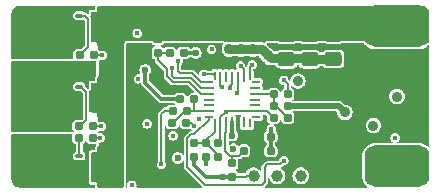
<source format=gbr>
%TF.GenerationSoftware,KiCad,Pcbnew,8.0.8*%
%TF.CreationDate,2025-04-24T20:57:55+02:00*%
%TF.ProjectId,ESC_PCB,4553435f-5043-4422-9e6b-696361645f70,rev?*%
%TF.SameCoordinates,Original*%
%TF.FileFunction,Copper,L4,Bot*%
%TF.FilePolarity,Positive*%
%FSLAX46Y46*%
G04 Gerber Fmt 4.6, Leading zero omitted, Abs format (unit mm)*
G04 Created by KiCad (PCBNEW 8.0.8) date 2025-04-24 20:57:55*
%MOMM*%
%LPD*%
G01*
G04 APERTURE LIST*
G04 Aperture macros list*
%AMRoundRect*
0 Rectangle with rounded corners*
0 $1 Rounding radius*
0 $2 $3 $4 $5 $6 $7 $8 $9 X,Y pos of 4 corners*
0 Add a 4 corners polygon primitive as box body*
4,1,4,$2,$3,$4,$5,$6,$7,$8,$9,$2,$3,0*
0 Add four circle primitives for the rounded corners*
1,1,$1+$1,$2,$3*
1,1,$1+$1,$4,$5*
1,1,$1+$1,$6,$7*
1,1,$1+$1,$8,$9*
0 Add four rect primitives between the rounded corners*
20,1,$1+$1,$2,$3,$4,$5,0*
20,1,$1+$1,$4,$5,$6,$7,0*
20,1,$1+$1,$6,$7,$8,$9,0*
20,1,$1+$1,$8,$9,$2,$3,0*%
%AMOutline4P*
0 Free polygon, 4 corners , with rotation*
0 The origin of the aperture is its center*
0 number of corners: always 4*
0 $1 to $8 corner X, Y*
0 $9 Rotation angle, in degrees counterclockwise*
0 create outline with 4 corners*
4,1,4,$1,$2,$3,$4,$5,$6,$7,$8,$1,$2,$9*%
%AMFreePoly0*
4,1,14,0.364320,0.111820,0.377500,0.080000,0.377500,0.053640,0.364320,0.021820,0.230680,-0.111820,0.198860,-0.125000,-0.332500,-0.125000,-0.364320,-0.111820,-0.377500,-0.080000,-0.377500,0.080000,-0.364320,0.111820,-0.332500,0.125000,0.332500,0.125000,0.364320,0.111820,0.364320,0.111820,$1*%
%AMFreePoly1*
4,1,14,0.230680,0.111820,0.364320,-0.021820,0.377500,-0.053640,0.377500,-0.080000,0.364320,-0.111820,0.332500,-0.125000,-0.332500,-0.125000,-0.364320,-0.111820,-0.377500,-0.080000,-0.377500,0.080000,-0.364320,0.111820,-0.332500,0.125000,0.198860,0.125000,0.230680,0.111820,0.230680,0.111820,$1*%
%AMFreePoly2*
4,1,14,0.111820,0.364320,0.125000,0.332500,0.125000,-0.332500,0.111820,-0.364320,0.080000,-0.377500,0.053640,-0.377500,0.021820,-0.364320,-0.111820,-0.230680,-0.125000,-0.198860,-0.125000,0.332500,-0.111820,0.364320,-0.080000,0.377500,0.080000,0.377500,0.111820,0.364320,0.111820,0.364320,$1*%
%AMFreePoly3*
4,1,14,0.111820,0.364320,0.125000,0.332500,0.125000,-0.198860,0.111820,-0.230680,-0.021820,-0.364320,-0.053640,-0.377500,-0.080000,-0.377500,-0.111820,-0.364320,-0.125000,-0.332500,-0.125000,0.332500,-0.111820,0.364320,-0.080000,0.377500,0.080000,0.377500,0.111820,0.364320,0.111820,0.364320,$1*%
%AMFreePoly4*
4,1,14,0.364320,0.111820,0.377500,0.080000,0.377500,-0.080000,0.364320,-0.111820,0.332500,-0.125000,-0.332500,-0.125000,-0.364320,-0.111820,-0.377500,-0.080000,-0.377500,-0.053640,-0.364320,-0.021820,-0.230680,0.111820,-0.198860,0.125000,0.332500,0.125000,0.364320,0.111820,0.364320,0.111820,$1*%
%AMFreePoly5*
4,1,14,0.364320,0.111820,0.377500,0.080000,0.377500,-0.080000,0.364320,-0.111820,0.332500,-0.125000,-0.198860,-0.125000,-0.230680,-0.111820,-0.364320,0.021820,-0.377500,0.053640,-0.377500,0.080000,-0.364320,0.111820,-0.332500,0.125000,0.332500,0.125000,0.364320,0.111820,0.364320,0.111820,$1*%
%AMFreePoly6*
4,1,14,-0.021820,0.364320,0.111820,0.230680,0.125000,0.198860,0.125000,-0.332500,0.111820,-0.364320,0.080000,-0.377500,-0.080000,-0.377500,-0.111820,-0.364320,-0.125000,-0.332500,-0.125000,0.332500,-0.111820,0.364320,-0.080000,0.377500,-0.053640,0.377500,-0.021820,0.364320,-0.021820,0.364320,$1*%
%AMFreePoly7*
4,1,14,0.111820,0.364320,0.125000,0.332500,0.125000,-0.332500,0.111820,-0.364320,0.080000,-0.377500,-0.080000,-0.377500,-0.111820,-0.364320,-0.125000,-0.332500,-0.125000,0.198860,-0.111820,0.230680,0.021820,0.364320,0.053640,0.377500,0.080000,0.377500,0.111820,0.364320,0.111820,0.364320,$1*%
G04 Aperture macros list end*
%TA.AperFunction,SMDPad,CuDef*%
%ADD10RoundRect,0.250000X-0.475000X0.337500X-0.475000X-0.337500X0.475000X-0.337500X0.475000X0.337500X0*%
%TD*%
%TA.AperFunction,SMDPad,CuDef*%
%ADD11RoundRect,0.875000X1.875000X-0.875000X1.875000X0.875000X-1.875000X0.875000X-1.875000X-0.875000X0*%
%TD*%
%TA.AperFunction,SMDPad,CuDef*%
%ADD12RoundRect,0.160000X0.197500X0.160000X-0.197500X0.160000X-0.197500X-0.160000X0.197500X-0.160000X0*%
%TD*%
%TA.AperFunction,SMDPad,CuDef*%
%ADD13RoundRect,0.160000X-0.160000X0.197500X-0.160000X-0.197500X0.160000X-0.197500X0.160000X0.197500X0*%
%TD*%
%TA.AperFunction,SMDPad,CuDef*%
%ADD14RoundRect,0.160000X-0.197500X-0.160000X0.197500X-0.160000X0.197500X0.160000X-0.197500X0.160000X0*%
%TD*%
%TA.AperFunction,SMDPad,CuDef*%
%ADD15FreePoly0,90.000000*%
%TD*%
%TA.AperFunction,SMDPad,CuDef*%
%ADD16RoundRect,0.062500X0.062500X-0.375000X0.062500X0.375000X-0.062500X0.375000X-0.062500X-0.375000X0*%
%TD*%
%TA.AperFunction,SMDPad,CuDef*%
%ADD17FreePoly1,90.000000*%
%TD*%
%TA.AperFunction,SMDPad,CuDef*%
%ADD18FreePoly2,90.000000*%
%TD*%
%TA.AperFunction,SMDPad,CuDef*%
%ADD19RoundRect,0.062500X0.375000X-0.062500X0.375000X0.062500X-0.375000X0.062500X-0.375000X-0.062500X0*%
%TD*%
%TA.AperFunction,SMDPad,CuDef*%
%ADD20FreePoly3,90.000000*%
%TD*%
%TA.AperFunction,SMDPad,CuDef*%
%ADD21FreePoly4,90.000000*%
%TD*%
%TA.AperFunction,SMDPad,CuDef*%
%ADD22FreePoly5,90.000000*%
%TD*%
%TA.AperFunction,SMDPad,CuDef*%
%ADD23FreePoly6,90.000000*%
%TD*%
%TA.AperFunction,SMDPad,CuDef*%
%ADD24FreePoly7,90.000000*%
%TD*%
%TA.AperFunction,SMDPad,CuDef*%
%ADD25C,1.000000*%
%TD*%
%TA.AperFunction,SMDPad,CuDef*%
%ADD26RoundRect,0.160000X0.160000X-0.197500X0.160000X0.197500X-0.160000X0.197500X-0.160000X-0.197500X0*%
%TD*%
%TA.AperFunction,SMDPad,CuDef*%
%ADD27RoundRect,0.080000X0.420000X0.080000X-0.420000X0.080000X-0.420000X-0.080000X0.420000X-0.080000X0*%
%TD*%
%TA.AperFunction,SMDPad,CuDef*%
%ADD28Outline4P,-1.245000X-1.050000X1.245000X-1.050000X1.245000X1.050000X-1.245000X1.050000X90.000000*%
%TD*%
%TA.AperFunction,SMDPad,CuDef*%
%ADD29RoundRect,0.080000X0.080000X-0.220000X0.080000X0.220000X-0.080000X0.220000X-0.080000X-0.220000X0*%
%TD*%
%TA.AperFunction,SMDPad,CuDef*%
%ADD30RoundRect,0.080000X0.220000X0.080000X-0.220000X0.080000X-0.220000X-0.080000X0.220000X-0.080000X0*%
%TD*%
%TA.AperFunction,SMDPad,CuDef*%
%ADD31RoundRect,0.750000X1.750000X-0.750000X1.750000X0.750000X-1.750000X0.750000X-1.750000X-0.750000X0*%
%TD*%
%TA.AperFunction,SMDPad,CuDef*%
%ADD32RoundRect,0.155000X-0.212500X-0.155000X0.212500X-0.155000X0.212500X0.155000X-0.212500X0.155000X0*%
%TD*%
%TA.AperFunction,SMDPad,CuDef*%
%ADD33RoundRect,0.155000X-0.155000X0.212500X-0.155000X-0.212500X0.155000X-0.212500X0.155000X0.212500X0*%
%TD*%
%TA.AperFunction,SMDPad,CuDef*%
%ADD34RoundRect,0.750000X-1.750000X0.750000X-1.750000X-0.750000X1.750000X-0.750000X1.750000X0.750000X0*%
%TD*%
%TA.AperFunction,ViaPad*%
%ADD35C,0.900000*%
%TD*%
%TA.AperFunction,ViaPad*%
%ADD36C,0.600000*%
%TD*%
%TA.AperFunction,ViaPad*%
%ADD37C,0.400000*%
%TD*%
%TA.AperFunction,Conductor*%
%ADD38C,0.500000*%
%TD*%
%TA.AperFunction,Conductor*%
%ADD39C,0.800000*%
%TD*%
%TA.AperFunction,Conductor*%
%ADD40C,0.300000*%
%TD*%
%TA.AperFunction,Conductor*%
%ADD41C,0.150000*%
%TD*%
%TA.AperFunction,Conductor*%
%ADD42C,0.200000*%
%TD*%
G04 APERTURE END LIST*
D10*
%TO.P,C26,1*%
%TO.N,VDC*%
X98550000Y-46750000D03*
%TO.P,C26,2*%
%TO.N,GND*%
X98550000Y-48825000D03*
%TD*%
D11*
%TO.P,,1,Pin_1*%
%TO.N,VDC*%
X103950000Y-46050000D03*
%TD*%
D12*
%TO.P,R12,1*%
%TO.N,GHB*%
X78195000Y-54500000D03*
%TO.P,R12,2*%
%TO.N,Net-(Q3-G)*%
X77000000Y-54500000D03*
%TD*%
D13*
%TO.P,R2,1*%
%TO.N,+3.3V*%
X91000000Y-55402500D03*
%TO.P,R2,2*%
%TO.N,Net-(U1-PF2)*%
X91000000Y-56597500D03*
%TD*%
D14*
%TO.P,R19,1*%
%TO.N,ADC_VOLT*%
X84700000Y-48300000D03*
%TO.P,R19,2*%
%TO.N,GND*%
X85895000Y-48300000D03*
%TD*%
D15*
%TO.P,U1,1,PC14*%
%TO.N,unconnected-(U1-PC14-Pad1)*%
X91500000Y-54247500D03*
D16*
%TO.P,U1,2,PC15*%
%TO.N,unconnected-(U1-PC15-Pad2)*%
X91000000Y-54187500D03*
%TO.P,U1,3,VDD*%
%TO.N,+3.3V*%
X90500000Y-54187500D03*
%TO.P,U1,4,VSS*%
%TO.N,GND*%
X90000000Y-54187500D03*
%TO.P,U1,5,PF2*%
%TO.N,Net-(U1-PF2)*%
X89500000Y-54187500D03*
%TO.P,U1,6,PA0*%
%TO.N,BEMF_REF*%
X89000000Y-54187500D03*
D17*
%TO.P,U1,7,PA1*%
%TO.N,BEMF_A*%
X88500000Y-54247500D03*
D18*
%TO.P,U1,8,PA2*%
%TO.N,INPUT*%
X88002500Y-53750000D03*
D19*
%TO.P,U1,9,PA3*%
%TO.N,BEMF_B*%
X88062500Y-53250000D03*
%TO.P,U1,10,PA4*%
%TO.N,unconnected-(U1-PA4-Pad10)*%
X88062500Y-52750000D03*
%TO.P,U1,11,PA5*%
%TO.N,unconnected-(U1-PA5-Pad11)*%
X88062500Y-52250000D03*
%TO.P,U1,12,PA6*%
%TO.N,ADC_VOLT*%
X88062500Y-51750000D03*
%TO.P,U1,13,PA7*%
%TO.N,LC*%
X88062500Y-51250000D03*
D20*
%TO.P,U1,14,PB0*%
%TO.N,LB*%
X88002500Y-50750000D03*
D21*
%TO.P,U1,15,PB1*%
%TO.N,LA*%
X88500000Y-50252500D03*
D16*
%TO.P,U1,16,PA8*%
%TO.N,HC*%
X89000000Y-50312500D03*
%TO.P,U1,17,PC6*%
%TO.N,unconnected-(U1-PC6-Pad17)*%
X89500000Y-50312500D03*
%TO.P,U1,18,PA11/PA9*%
%TO.N,HB*%
X90000000Y-50312500D03*
%TO.P,U1,19,PA12/PA10*%
%TO.N,HA*%
X90500000Y-50312500D03*
%TO.P,U1,20,PA13*%
%TO.N,SWDIO*%
X91000000Y-50312500D03*
D22*
%TO.P,U1,21,PA14*%
%TO.N,SWCLK*%
X91500000Y-50252500D03*
D23*
%TO.P,U1,22,PA15*%
%TO.N,unconnected-(U1-PA15-Pad22)*%
X91997500Y-50750000D03*
D19*
%TO.P,U1,23,PB3*%
%TO.N,unconnected-(U1-PB3-Pad23)*%
X91937500Y-51250000D03*
%TO.P,U1,24,PB4*%
%TO.N,BEMF_C*%
X91937500Y-51750000D03*
%TO.P,U1,25,PB5*%
%TO.N,unconnected-(U1-PB5-Pad25)*%
X91937500Y-52250000D03*
%TO.P,U1,26,PB6*%
%TO.N,PB6*%
X91937500Y-52750000D03*
%TO.P,U1,27,PB7*%
%TO.N,BEMF_REF*%
X91937500Y-53250000D03*
D24*
%TO.P,U1,28,PB8*%
%TO.N,PB8*%
X91997500Y-53750000D03*
%TD*%
D12*
%TO.P,R8,1*%
%TO.N,PHASE_C*%
X94697500Y-51800000D03*
%TO.P,R8,2*%
%TO.N,BEMF_C*%
X93502500Y-51800000D03*
%TD*%
D14*
%TO.P,R5,1*%
%TO.N,PHASE_B*%
X85000000Y-53200000D03*
%TO.P,R5,2*%
%TO.N,BEMF_B*%
X86195000Y-53200000D03*
%TD*%
%TO.P,R9,1*%
%TO.N,BEMF_C*%
X93500000Y-52800000D03*
%TO.P,R9,2*%
%TO.N,GND*%
X94695000Y-52800000D03*
%TD*%
D25*
%TO.P,TP3,1,1*%
%TO.N,SWCLK*%
X93800000Y-58700000D03*
%TD*%
D10*
%TO.P,C25,1*%
%TO.N,VDC*%
X96550000Y-46767500D03*
%TO.P,C25,2*%
%TO.N,GND*%
X96550000Y-48842500D03*
%TD*%
D26*
%TO.P,R1,1*%
%TO.N,PHASE_A*%
X87800000Y-57097500D03*
%TO.P,R1,2*%
%TO.N,BEMF_A*%
X87800000Y-55902500D03*
%TD*%
D12*
%TO.P,R6,1*%
%TO.N,BEMF_B*%
X86797500Y-52200000D03*
%TO.P,R6,2*%
%TO.N,GND*%
X85602500Y-52200000D03*
%TD*%
D27*
%TO.P,Q1,1,D*%
%TO.N,VDC*%
X79900000Y-59000000D03*
X79900000Y-58350000D03*
X79900000Y-57700000D03*
X79900000Y-57050000D03*
D28*
X79100000Y-58000000D03*
D29*
X78750000Y-59400000D03*
X78750000Y-56550000D03*
D30*
%TO.P,Q1,2,G*%
%TO.N,Net-(Q1-G)*%
X77050000Y-57050000D03*
%TO.P,Q1,3,S*%
%TO.N,PHASE_A*%
X77050000Y-59000000D03*
X77050000Y-58350000D03*
X77050000Y-57700000D03*
%TD*%
D10*
%TO.P,C24,1*%
%TO.N,VDC*%
X94580000Y-46767500D03*
%TO.P,C24,2*%
%TO.N,GND*%
X94580000Y-48842500D03*
%TD*%
D31*
%TO.P,,1,1*%
%TO.N,PHASE_A*%
X73950000Y-57940000D03*
%TD*%
D11*
%TO.P,,1,Pin_1*%
%TO.N,GND*%
X103950000Y-57900000D03*
%TD*%
D31*
%TO.P,,1,1*%
%TO.N,PHASE_C*%
X74000000Y-46000000D03*
%TD*%
D27*
%TO.P,Q2,1,D*%
%TO.N,VDC*%
X79900000Y-47100000D03*
X79900000Y-46450000D03*
X79900000Y-45800000D03*
X79900000Y-45150000D03*
D28*
X79100000Y-46100000D03*
D29*
X78750000Y-47500000D03*
X78750000Y-44650000D03*
D30*
%TO.P,Q2,2,G*%
%TO.N,Net-(Q2-G)*%
X77050000Y-45150000D03*
%TO.P,Q2,3,S*%
%TO.N,PHASE_C*%
X77050000Y-47100000D03*
X77050000Y-46450000D03*
X77050000Y-45800000D03*
%TD*%
D32*
%TO.P,C6,1*%
%TO.N,+3.3V*%
X92132500Y-55400000D03*
%TO.P,C6,2*%
%TO.N,GND*%
X93267500Y-55400000D03*
%TD*%
D25*
%TO.P,TP2,1,1*%
%TO.N,SWDIO*%
X95800000Y-58700000D03*
%TD*%
%TO.P,TP4,1,1*%
%TO.N,GND*%
X91800000Y-58700000D03*
%TD*%
D33*
%TO.P,C5,1*%
%TO.N,Net-(U1-PF2)*%
X90000000Y-57632500D03*
%TO.P,C5,2*%
%TO.N,GND*%
X90000000Y-58767500D03*
%TD*%
D27*
%TO.P,Q3,1,D*%
%TO.N,VDC*%
X79900000Y-53100000D03*
X79900000Y-52450000D03*
X79900000Y-51800000D03*
X79900000Y-51150000D03*
D28*
X79100000Y-52100000D03*
D29*
X78750000Y-53500000D03*
X78750000Y-50650000D03*
D30*
%TO.P,Q3,2,G*%
%TO.N,Net-(Q3-G)*%
X77050000Y-51150000D03*
%TO.P,Q3,3,S*%
%TO.N,PHASE_B*%
X77050000Y-53100000D03*
X77050000Y-52450000D03*
X77050000Y-51800000D03*
%TD*%
D32*
%TO.P,C7,1*%
%TO.N,+3.3V*%
X92132500Y-56600000D03*
%TO.P,C7,2*%
%TO.N,GND*%
X93267500Y-56600000D03*
%TD*%
D12*
%TO.P,R16,1*%
%TO.N,GHA*%
X78197500Y-55500000D03*
%TO.P,R16,2*%
%TO.N,Net-(Q1-G)*%
X77002500Y-55500000D03*
%TD*%
D13*
%TO.P,R18,1*%
%TO.N,VDC*%
X83700000Y-47105000D03*
%TO.P,R18,2*%
%TO.N,ADC_VOLT*%
X83700000Y-48300000D03*
%TD*%
D26*
%TO.P,R3,1*%
%TO.N,BEMF_A*%
X88800000Y-57100000D03*
%TO.P,R3,2*%
%TO.N,BEMF_REF*%
X88800000Y-55905000D03*
%TD*%
D34*
%TO.P,,1,1*%
%TO.N,PHASE_B*%
X73950000Y-52050000D03*
%TD*%
D25*
%TO.P,TP1,1,1*%
%TO.N,+3.3V*%
X97800000Y-58700000D03*
%TD*%
D13*
%TO.P,R4,1*%
%TO.N,BEMF_A*%
X86800000Y-55902500D03*
%TO.P,R4,2*%
%TO.N,GND*%
X86800000Y-57097500D03*
%TD*%
D12*
%TO.P,R14,1*%
%TO.N,GHC*%
X78297500Y-48500000D03*
%TO.P,R14,2*%
%TO.N,Net-(Q2-G)*%
X77102500Y-48500000D03*
%TD*%
%TO.P,R10,1*%
%TO.N,BEMF_C*%
X94697500Y-53800000D03*
%TO.P,R10,2*%
%TO.N,BEMF_REF*%
X93502500Y-53800000D03*
%TD*%
D14*
%TO.P,R7,1*%
%TO.N,BEMF_B*%
X84902500Y-54200000D03*
%TO.P,R7,2*%
%TO.N,BEMF_REF*%
X86097500Y-54200000D03*
%TD*%
D35*
%TO.N,GND*%
X91750000Y-48000000D03*
D36*
X105000000Y-57000000D03*
X103000000Y-58000000D03*
X104000000Y-59000000D03*
X102000000Y-59000000D03*
X102000000Y-58000000D03*
X103000000Y-59000000D03*
X86900000Y-48300000D03*
D37*
X93300000Y-54750000D03*
D36*
X102000000Y-57000000D03*
D37*
X91800000Y-58700000D03*
D35*
X93000000Y-48500000D03*
D36*
X106000000Y-59000000D03*
D35*
X99530000Y-53330000D03*
D36*
X90000000Y-55300000D03*
X105000000Y-59000000D03*
X104000000Y-58000000D03*
X106000000Y-58000000D03*
X104000000Y-57000000D03*
D35*
X90750000Y-48000000D03*
D36*
X106000000Y-57000000D03*
X89200000Y-58767500D03*
X105000000Y-58000000D03*
X103000000Y-57000000D03*
X82635000Y-49750000D03*
D35*
X89750000Y-48000000D03*
D36*
%TO.N,VDC*%
X106000000Y-46000000D03*
X105000000Y-47000000D03*
X104000000Y-46000000D03*
X102000000Y-46000000D03*
D37*
X79700000Y-54530000D03*
D36*
X103000000Y-47000000D03*
X106000000Y-47000000D03*
X105000000Y-45000000D03*
X103000000Y-46000000D03*
D37*
X79670000Y-56340000D03*
D36*
X106000000Y-45000000D03*
X104000000Y-47000000D03*
X102000000Y-47000000D03*
X103000000Y-45000000D03*
D37*
X82260000Y-44860000D03*
X82290000Y-45660000D03*
D36*
X102000000Y-45000000D03*
D37*
X79260000Y-49790000D03*
D36*
X105000000Y-46000000D03*
D37*
X79500000Y-53780000D03*
X79230000Y-49220000D03*
X80630000Y-49470000D03*
X80200000Y-48210000D03*
X79400000Y-47790000D03*
D36*
X104000000Y-45000000D03*
D35*
%TO.N,+5V*%
X95550000Y-50690000D03*
X103950000Y-52000000D03*
D37*
%TO.N,+3.3V*%
X85750000Y-58500000D03*
D35*
X96250000Y-57600000D03*
D37*
X91000000Y-57750000D03*
D36*
%TO.N,+6V*%
X90100000Y-56450000D03*
D37*
X88250000Y-48000000D03*
D36*
X85400000Y-57200000D03*
D35*
X101950000Y-54450000D03*
D37*
%TO.N,GHA*%
X87200000Y-53900000D03*
X78800000Y-55500000D03*
D36*
%TO.N,PHASE_A*%
X75000000Y-59000000D03*
X75000000Y-57000000D03*
X72000000Y-58000000D03*
X74000000Y-57000000D03*
X73000000Y-58000000D03*
D37*
X87800000Y-57700000D03*
D36*
X73000000Y-57000000D03*
X76000000Y-59000000D03*
X76000000Y-57000000D03*
X74000000Y-59000000D03*
X73000000Y-59000000D03*
X72000000Y-59000000D03*
X76000000Y-58000000D03*
X72000000Y-57000000D03*
X74000000Y-58000000D03*
X75000000Y-58000000D03*
D37*
X81500000Y-59500000D03*
%TO.N,GHC*%
X79000000Y-48500000D03*
X82800000Y-54300000D03*
D36*
%TO.N,PHASE_C*%
X73000000Y-46000000D03*
X75000000Y-46000000D03*
X74000000Y-47000000D03*
X74000000Y-45000000D03*
X75000000Y-47000000D03*
X74000000Y-46000000D03*
X72000000Y-46000000D03*
D37*
X76345000Y-48399050D03*
D36*
X76000000Y-47000000D03*
X73000000Y-45000000D03*
D37*
X94375000Y-50625000D03*
D36*
X75000000Y-45000000D03*
X76000000Y-45000000D03*
X73000000Y-47000000D03*
X72000000Y-47000000D03*
X72000000Y-45000000D03*
X76000000Y-46000000D03*
%TO.N,PHASE_B*%
X76000000Y-52000000D03*
X76000000Y-51000000D03*
X73000000Y-52000000D03*
X75000000Y-52000000D03*
X74000000Y-53000000D03*
X73000000Y-51000000D03*
X72000000Y-53000000D03*
X74000000Y-52000000D03*
X74000000Y-51000000D03*
D37*
X84000000Y-57750000D03*
D36*
X75000000Y-51000000D03*
X73000000Y-53000000D03*
X72000000Y-51000000D03*
X75000000Y-53000000D03*
X76000000Y-53000000D03*
X72000000Y-52000000D03*
D37*
X77750000Y-49500000D03*
%TO.N,GHB*%
X85000000Y-55325000D03*
X78900000Y-54500000D03*
%TO.N,GLC*%
X81951250Y-46648750D03*
X82060000Y-50500000D03*
%TO.N,BEMF_REF*%
X86800000Y-54500000D03*
X89485485Y-53285485D03*
%TO.N,SWDIO*%
X95800000Y-58700000D03*
X90700000Y-49400000D03*
%TO.N,SWCLK*%
X91700000Y-49300000D03*
X93800000Y-58700000D03*
%TO.N,INPUT*%
X103800000Y-55500000D03*
X94360000Y-57420000D03*
%TO.N,LA*%
X87600000Y-50100000D03*
%TO.N,LB*%
X85415000Y-48985000D03*
%TO.N,LC*%
X84940000Y-49540000D03*
%TO.N,HC*%
X89100000Y-51175000D03*
%TO.N,HB*%
X89800000Y-51300000D03*
%TO.N,HA*%
X90400000Y-51700000D03*
%TD*%
D38*
%TO.N,GND*%
X99530000Y-53330000D02*
X99000000Y-52800000D01*
D39*
X91750000Y-48000000D02*
X92500000Y-48000000D01*
D40*
X93267500Y-56600000D02*
X93267500Y-55400000D01*
D39*
X91750000Y-48000000D02*
X90750000Y-48000000D01*
X92500000Y-48000000D02*
X93000000Y-48500000D01*
D40*
X82635000Y-49750000D02*
X82635000Y-50835000D01*
X82635000Y-50835000D02*
X84000000Y-52200000D01*
X85895000Y-48300000D02*
X86900000Y-48300000D01*
X93267500Y-54782500D02*
X93300000Y-54750000D01*
X89200000Y-58767500D02*
X87767500Y-58767500D01*
D39*
X96550000Y-48842500D02*
X98532500Y-48842500D01*
D40*
X87767500Y-58767500D02*
X86800000Y-57800000D01*
D39*
X90750000Y-48000000D02*
X89750000Y-48000000D01*
X98532500Y-48842500D02*
X98550000Y-48825000D01*
X93267500Y-48767500D02*
X93000000Y-48500000D01*
X96017500Y-48750000D02*
X96000000Y-48767500D01*
D40*
X90000000Y-55300000D02*
X90000000Y-54187500D01*
D39*
X96000000Y-48767500D02*
X93267500Y-48767500D01*
D40*
X86800000Y-57800000D02*
X86800000Y-57097500D01*
X84000000Y-52200000D02*
X85602500Y-52200000D01*
D41*
X91200000Y-58700000D02*
X91132500Y-58767500D01*
X91132500Y-58767500D02*
X90000000Y-58767500D01*
D40*
X93267500Y-55400000D02*
X93267500Y-54782500D01*
D41*
X91800000Y-58700000D02*
X91200000Y-58700000D01*
D38*
X99000000Y-52800000D02*
X94695000Y-52800000D01*
D40*
X89200000Y-58767500D02*
X90000000Y-58767500D01*
%TO.N,+3.3V*%
X92132500Y-55400000D02*
X91002500Y-55400000D01*
X92132500Y-56600000D02*
X92132500Y-55400000D01*
D42*
X90500000Y-54902500D02*
X91000000Y-55402500D01*
D40*
X91002500Y-55400000D02*
X91000000Y-55402500D01*
D42*
X90500000Y-54187500D02*
X90500000Y-54902500D01*
D41*
%TO.N,Net-(U1-PF2)*%
X90000000Y-57632500D02*
X90000000Y-57025000D01*
X90572500Y-57025000D02*
X89825000Y-57025000D01*
X89825000Y-57025000D02*
X89425000Y-56625000D01*
X91000000Y-56597500D02*
X90572500Y-57025000D01*
X89425000Y-56625000D02*
X89425000Y-55061827D01*
X89425000Y-55061827D02*
X89500000Y-54986827D01*
X90000000Y-57025000D02*
X89825000Y-57025000D01*
X89500000Y-54986827D02*
X89500000Y-54187500D01*
%TO.N,GHA*%
X78197500Y-55500000D02*
X78800000Y-55500000D01*
D40*
%TO.N,PHASE_A*%
X87800000Y-57097500D02*
X87800000Y-57700000D01*
D41*
%TO.N,GHC*%
X79000000Y-48500000D02*
X78297500Y-48500000D01*
%TO.N,PHASE_C*%
X94375000Y-50625000D02*
X94697500Y-50947500D01*
X94697500Y-50947500D02*
X94697500Y-51800000D01*
%TO.N,PHASE_B*%
X84300000Y-53200000D02*
X85000000Y-53200000D01*
X84000000Y-53500000D02*
X84300000Y-53200000D01*
X84000000Y-57750000D02*
X84000000Y-53500000D01*
%TO.N,GHB*%
X78900000Y-54500000D02*
X78195000Y-54500000D01*
D42*
%TO.N,BEMF_A*%
X87800000Y-55917472D02*
X88800000Y-56917472D01*
X88800000Y-56917472D02*
X88800000Y-57100000D01*
X88500000Y-55000000D02*
X88500000Y-54247500D01*
X87800000Y-55902500D02*
X87800000Y-55917472D01*
X87800000Y-55700000D02*
X88500000Y-55000000D01*
X87800000Y-55902500D02*
X86800000Y-55902500D01*
X87800000Y-55902500D02*
X87800000Y-55700000D01*
D41*
%TO.N,BEMF_REF*%
X86097500Y-54200000D02*
X86500000Y-54200000D01*
D42*
X88800000Y-55905000D02*
X89000000Y-55705000D01*
D41*
X89520970Y-53250000D02*
X89485485Y-53285485D01*
X89000000Y-53770970D02*
X89000000Y-54187500D01*
X86500000Y-54200000D02*
X86800000Y-54500000D01*
D42*
X89000000Y-55705000D02*
X89000000Y-55200000D01*
X89000000Y-55200000D02*
X89000000Y-54187500D01*
D41*
X91937500Y-53250000D02*
X92952500Y-53250000D01*
X92952500Y-53250000D02*
X93502500Y-53800000D01*
X91937500Y-53250000D02*
X89520970Y-53250000D01*
X89485485Y-53285485D02*
X89000000Y-53770970D01*
D42*
%TO.N,BEMF_B*%
X86850000Y-53250000D02*
X86800000Y-53200000D01*
D41*
X85977118Y-53200000D02*
X84977118Y-54200000D01*
X86195000Y-53200000D02*
X85977118Y-53200000D01*
D42*
X88062500Y-53250000D02*
X86850000Y-53250000D01*
D41*
X84977118Y-54200000D02*
X84902500Y-54200000D01*
D42*
X86800000Y-53200000D02*
X86800000Y-52202500D01*
X86195000Y-53200000D02*
X86800000Y-53200000D01*
X86800000Y-52202500D02*
X86797500Y-52200000D01*
%TO.N,BEMF_C*%
X93682528Y-52800000D02*
X93500000Y-52800000D01*
X93502500Y-51800000D02*
X93502500Y-52797500D01*
X94682528Y-53800000D02*
X93682528Y-52800000D01*
X93452500Y-51750000D02*
X91937500Y-51750000D01*
X93502500Y-52797500D02*
X93500000Y-52800000D01*
X93502500Y-51800000D02*
X93452500Y-51750000D01*
X94697500Y-53800000D02*
X94682528Y-53800000D01*
D41*
%TO.N,SWDIO*%
X91000000Y-49700000D02*
X90700000Y-49400000D01*
X91000000Y-50312500D02*
X91000000Y-49700000D01*
%TO.N,SWCLK*%
X91500000Y-49500000D02*
X91700000Y-49300000D01*
X91500000Y-50252500D02*
X91500000Y-49500000D01*
%TO.N,INPUT*%
X87725000Y-59475000D02*
X86200000Y-57950000D01*
X92750000Y-59250000D02*
X92525000Y-59475000D01*
X92976992Y-57750000D02*
X92750000Y-57976992D01*
X92750000Y-57976992D02*
X92750000Y-59250000D01*
X92525000Y-59475000D02*
X87725000Y-59475000D01*
X86200000Y-55525382D02*
X86525382Y-55200000D01*
X86771752Y-55200000D02*
X88002500Y-53969252D01*
X86200000Y-57950000D02*
X86200000Y-55525382D01*
X86525382Y-55200000D02*
X86771752Y-55200000D01*
X94030000Y-57750000D02*
X92976992Y-57750000D01*
X88002500Y-53969252D02*
X88002500Y-53750000D01*
X94360000Y-57420000D02*
X94030000Y-57750000D01*
%TO.N,LA*%
X88500000Y-50252500D02*
X88347500Y-50100000D01*
X88347500Y-50100000D02*
X87600000Y-50100000D01*
%TO.N,Net-(Q1-G)*%
X77050000Y-55550000D02*
X77100000Y-55500000D01*
X77050000Y-57050000D02*
X77050000Y-55550000D01*
%TO.N,LB*%
X85600000Y-50000000D02*
X86594974Y-50000000D01*
X86594974Y-50000000D02*
X87344974Y-50750000D01*
X85415000Y-48985000D02*
X85415000Y-49815000D01*
X87344974Y-50750000D02*
X88002500Y-50750000D01*
X85415000Y-49815000D02*
X85600000Y-50000000D01*
%TO.N,LC*%
X86500000Y-50400000D02*
X87350000Y-51250000D01*
X84940000Y-49540000D02*
X84940000Y-50240000D01*
X85100000Y-50400000D02*
X86500000Y-50400000D01*
X87350000Y-51250000D02*
X88062500Y-51250000D01*
X84940000Y-50240000D02*
X85100000Y-50400000D01*
%TO.N,HC*%
X89100000Y-51175000D02*
X89000000Y-51075000D01*
X89100000Y-51175000D02*
X89100000Y-51200000D01*
X89000000Y-51075000D02*
X89000000Y-50312500D01*
%TO.N,HB*%
X89800000Y-51100000D02*
X90000000Y-50900000D01*
X90000000Y-50900000D02*
X90000000Y-50312500D01*
X89800000Y-51300000D02*
X89800000Y-51100000D01*
%TO.N,HA*%
X90500000Y-51600000D02*
X90400000Y-51700000D01*
X90500000Y-50312500D02*
X90500000Y-51600000D01*
%TO.N,Net-(Q2-G)*%
X77775000Y-47827500D02*
X77102500Y-48500000D01*
X77050000Y-45150000D02*
X77500000Y-45150000D01*
X77500000Y-45150000D02*
X77775000Y-45425000D01*
X77775000Y-45425000D02*
X77775000Y-47827500D01*
%TO.N,Net-(Q3-G)*%
X77625000Y-54025000D02*
X77150000Y-54500000D01*
X77150000Y-54500000D02*
X77000000Y-54500000D01*
X77625000Y-54025000D02*
X77625000Y-51570736D01*
X77625000Y-51570736D02*
X77204264Y-51150000D01*
X77204264Y-51150000D02*
X77050000Y-51150000D01*
%TO.N,ADC_VOLT*%
X84465000Y-50265000D02*
X84950000Y-50750000D01*
X87324618Y-51750000D02*
X88062500Y-51750000D01*
X83700000Y-48300000D02*
X83700000Y-48900000D01*
X84465000Y-49665000D02*
X84465000Y-50265000D01*
X86324618Y-50750000D02*
X87324618Y-51750000D01*
X84700000Y-48300000D02*
X83700000Y-48300000D01*
X84950000Y-50750000D02*
X86324618Y-50750000D01*
X83700000Y-48900000D02*
X84465000Y-49665000D01*
%TD*%
%TA.AperFunction,Conductor*%
%TO.N,PHASE_A*%
G36*
X76437103Y-55219852D02*
G01*
X76451455Y-55254500D01*
X76450943Y-55261565D01*
X76444500Y-55305783D01*
X76444500Y-55694216D01*
X76454708Y-55764285D01*
X76454708Y-55764286D01*
X76507549Y-55872372D01*
X76507550Y-55872374D01*
X76507551Y-55872375D01*
X76592625Y-55957449D01*
X76700714Y-56010291D01*
X76732564Y-56014931D01*
X76764782Y-56034128D01*
X76774500Y-56063419D01*
X76774500Y-56655951D01*
X76760148Y-56690599D01*
X76745292Y-56700776D01*
X76668731Y-56734580D01*
X76594580Y-56808731D01*
X76552221Y-56904664D01*
X76552219Y-56904670D01*
X76549501Y-56928102D01*
X76549500Y-56928122D01*
X76549500Y-57171877D01*
X76549501Y-57171897D01*
X76552219Y-57195329D01*
X76552221Y-57195335D01*
X76594580Y-57291268D01*
X76668731Y-57365419D01*
X76764664Y-57407778D01*
X76764670Y-57407780D01*
X76788102Y-57410498D01*
X76788106Y-57410498D01*
X76788120Y-57410500D01*
X76788123Y-57410500D01*
X77311877Y-57410500D01*
X77311880Y-57410500D01*
X77313047Y-57410364D01*
X77335329Y-57407780D01*
X77335331Y-57407779D01*
X77335333Y-57407779D01*
X77431267Y-57365420D01*
X77505420Y-57291267D01*
X77547779Y-57195333D01*
X77547779Y-57195331D01*
X77547780Y-57195329D01*
X77550498Y-57171897D01*
X77550500Y-57171877D01*
X77550500Y-56928122D01*
X77550498Y-56928102D01*
X77547780Y-56904670D01*
X77547778Y-56904664D01*
X77505419Y-56808731D01*
X77431268Y-56734580D01*
X77431269Y-56734580D01*
X77354708Y-56700776D01*
X77328809Y-56673652D01*
X77325500Y-56655951D01*
X77325500Y-56030507D01*
X77339852Y-55995859D01*
X77352979Y-55986486D01*
X77412375Y-55957449D01*
X77497449Y-55872375D01*
X77550291Y-55764286D01*
X77551511Y-55755906D01*
X77570706Y-55723690D01*
X77607061Y-55714482D01*
X77639279Y-55733677D01*
X77648487Y-55755904D01*
X77649708Y-55764285D01*
X77649708Y-55764286D01*
X77702549Y-55872372D01*
X77702550Y-55872374D01*
X77702551Y-55872375D01*
X77787625Y-55957449D01*
X77895714Y-56010291D01*
X77965785Y-56020500D01*
X78429214Y-56020499D01*
X78443935Y-56018354D01*
X78480290Y-56027560D01*
X78499488Y-56059776D01*
X78500000Y-56066842D01*
X78500000Y-56083016D01*
X78485648Y-56117664D01*
X78434580Y-56168731D01*
X78392221Y-56264664D01*
X78392219Y-56264670D01*
X78389501Y-56288102D01*
X78389500Y-56288122D01*
X78389500Y-56505500D01*
X78375148Y-56540148D01*
X78340500Y-56554500D01*
X78030252Y-56554500D01*
X77971769Y-56566133D01*
X77905447Y-56610447D01*
X77875043Y-56655951D01*
X77861133Y-56676769D01*
X77849500Y-56735252D01*
X77849500Y-59264748D01*
X77861133Y-59323231D01*
X77878882Y-59349795D01*
X77905447Y-59389552D01*
X77909635Y-59392350D01*
X77971769Y-59433867D01*
X78030252Y-59445500D01*
X78340500Y-59445500D01*
X78375148Y-59459852D01*
X78389500Y-59494500D01*
X78389500Y-59650500D01*
X78375148Y-59685148D01*
X78340500Y-59699500D01*
X72002407Y-59699500D01*
X71997604Y-59699264D01*
X71868336Y-59686532D01*
X71858915Y-59684658D01*
X71736932Y-59647655D01*
X71728057Y-59643979D01*
X71615635Y-59583887D01*
X71607649Y-59578550D01*
X71509110Y-59497681D01*
X71502318Y-59490889D01*
X71421449Y-59392350D01*
X71416112Y-59384364D01*
X71356020Y-59271942D01*
X71352346Y-59263072D01*
X71315339Y-59141075D01*
X71313468Y-59131672D01*
X71300736Y-59002396D01*
X71300500Y-58997593D01*
X71300500Y-55254500D01*
X71314852Y-55219852D01*
X71349500Y-55205500D01*
X76402455Y-55205500D01*
X76437103Y-55219852D01*
G37*
%TD.AperFunction*%
%TD*%
%TA.AperFunction,Conductor*%
%TO.N,PHASE_C*%
G36*
X78380214Y-44314852D02*
G01*
X78394566Y-44349500D01*
X78392847Y-44362363D01*
X78392220Y-44364666D01*
X78389501Y-44388102D01*
X78389500Y-44388122D01*
X78389500Y-44605500D01*
X78375148Y-44640148D01*
X78340500Y-44654500D01*
X78030252Y-44654500D01*
X77971769Y-44666133D01*
X77905447Y-44710447D01*
X77861133Y-44776769D01*
X77849500Y-44835252D01*
X77849500Y-44835255D01*
X77849500Y-44991588D01*
X77835148Y-45026236D01*
X77800500Y-45040588D01*
X77765852Y-45026236D01*
X77656060Y-44916444D01*
X77656058Y-44916443D01*
X77645042Y-44911880D01*
X77645041Y-44911879D01*
X77554801Y-44874500D01*
X77554800Y-44874500D01*
X77491483Y-44874500D01*
X77456835Y-44860148D01*
X77431267Y-44834580D01*
X77431266Y-44834579D01*
X77335335Y-44792221D01*
X77335329Y-44792219D01*
X77311897Y-44789501D01*
X77311882Y-44789500D01*
X77311880Y-44789500D01*
X76788120Y-44789500D01*
X76788117Y-44789500D01*
X76788102Y-44789501D01*
X76764670Y-44792219D01*
X76764664Y-44792221D01*
X76668731Y-44834580D01*
X76594580Y-44908731D01*
X76552221Y-45004664D01*
X76552219Y-45004670D01*
X76549501Y-45028102D01*
X76549500Y-45028122D01*
X76549500Y-45271877D01*
X76549501Y-45271897D01*
X76552219Y-45295329D01*
X76552221Y-45295335D01*
X76594580Y-45391268D01*
X76668731Y-45465419D01*
X76764664Y-45507778D01*
X76764670Y-45507780D01*
X76788102Y-45510498D01*
X76788106Y-45510498D01*
X76788120Y-45510500D01*
X76788123Y-45510500D01*
X77311877Y-45510500D01*
X77311880Y-45510500D01*
X77313047Y-45510364D01*
X77335329Y-45507780D01*
X77335331Y-45507779D01*
X77335333Y-45507779D01*
X77396771Y-45480650D01*
X77434264Y-45479783D01*
X77451210Y-45490825D01*
X77468162Y-45507777D01*
X77485148Y-45524763D01*
X77499500Y-45559411D01*
X77499500Y-47693088D01*
X77485148Y-47727736D01*
X77247735Y-47965148D01*
X77213087Y-47979500D01*
X76870783Y-47979500D01*
X76800714Y-47989708D01*
X76800713Y-47989708D01*
X76692627Y-48042549D01*
X76692623Y-48042552D01*
X76607552Y-48127623D01*
X76607550Y-48127627D01*
X76554709Y-48235713D01*
X76554709Y-48235714D01*
X76544500Y-48305782D01*
X76544500Y-48694216D01*
X76550943Y-48738436D01*
X76541736Y-48774791D01*
X76509519Y-48793988D01*
X76502455Y-48794500D01*
X71349500Y-48794500D01*
X71314852Y-48780148D01*
X71300500Y-48745500D01*
X71300500Y-45002406D01*
X71300736Y-44997603D01*
X71313469Y-44868325D01*
X71315338Y-44858925D01*
X71352347Y-44736924D01*
X71356016Y-44728064D01*
X71416112Y-44615634D01*
X71421449Y-44607649D01*
X71502318Y-44509110D01*
X71509110Y-44502318D01*
X71607649Y-44421449D01*
X71615635Y-44416112D01*
X71668000Y-44388122D01*
X71728064Y-44356016D01*
X71736924Y-44352347D01*
X71858925Y-44315338D01*
X71868325Y-44313469D01*
X71997604Y-44300736D01*
X72002407Y-44300500D01*
X72047595Y-44300500D01*
X78345566Y-44300500D01*
X78380214Y-44314852D01*
G37*
%TD.AperFunction*%
%TD*%
%TA.AperFunction,Conductor*%
%TO.N,PHASE_B*%
G36*
X76789847Y-49004978D02*
G01*
X76800714Y-49010291D01*
X76870785Y-49020500D01*
X77334214Y-49020499D01*
X77334216Y-49020499D01*
X77404282Y-49010292D01*
X77404283Y-49010291D01*
X77404286Y-49010291D01*
X77415152Y-49004978D01*
X77436672Y-49000000D01*
X77963328Y-49000000D01*
X77984847Y-49004978D01*
X77995714Y-49010291D01*
X78065785Y-49020500D01*
X78451000Y-49020499D01*
X78485648Y-49034851D01*
X78500000Y-49069499D01*
X78500000Y-50183016D01*
X78485648Y-50217664D01*
X78434580Y-50268731D01*
X78392221Y-50364664D01*
X78392219Y-50364670D01*
X78389501Y-50388102D01*
X78389500Y-50388122D01*
X78389500Y-50605500D01*
X78375148Y-50640148D01*
X78340500Y-50654500D01*
X78030252Y-50654500D01*
X77971769Y-50666133D01*
X77905447Y-50710447D01*
X77861133Y-50776769D01*
X77849500Y-50835252D01*
X77849500Y-50835255D01*
X77849500Y-51287324D01*
X77835148Y-51321972D01*
X77800500Y-51336324D01*
X77765852Y-51321972D01*
X77564852Y-51120972D01*
X77550500Y-51086324D01*
X77550500Y-51028122D01*
X77550498Y-51028102D01*
X77547780Y-51004670D01*
X77547778Y-51004664D01*
X77505419Y-50908731D01*
X77431268Y-50834580D01*
X77431269Y-50834580D01*
X77335335Y-50792221D01*
X77335329Y-50792219D01*
X77311897Y-50789501D01*
X77311882Y-50789500D01*
X77311880Y-50789500D01*
X76788120Y-50789500D01*
X76788117Y-50789500D01*
X76788102Y-50789501D01*
X76764670Y-50792219D01*
X76764664Y-50792221D01*
X76668731Y-50834580D01*
X76594580Y-50908731D01*
X76552221Y-51004664D01*
X76552219Y-51004670D01*
X76549501Y-51028102D01*
X76549500Y-51028122D01*
X76549500Y-51271877D01*
X76549501Y-51271897D01*
X76552219Y-51295329D01*
X76552221Y-51295335D01*
X76594580Y-51391268D01*
X76668731Y-51465419D01*
X76764664Y-51507778D01*
X76764670Y-51507780D01*
X76788102Y-51510498D01*
X76788106Y-51510498D01*
X76788120Y-51510500D01*
X77154853Y-51510500D01*
X77189501Y-51524852D01*
X77335148Y-51670499D01*
X77349500Y-51705147D01*
X77349500Y-53890587D01*
X77335148Y-53925235D01*
X77335148Y-53925236D01*
X77292015Y-53968368D01*
X77257366Y-53982719D01*
X77250305Y-53982207D01*
X77231719Y-53979500D01*
X76768283Y-53979500D01*
X76698214Y-53989708D01*
X76698213Y-53989708D01*
X76590127Y-54042549D01*
X76590123Y-54042552D01*
X76505052Y-54127623D01*
X76505050Y-54127627D01*
X76452209Y-54235713D01*
X76452209Y-54235714D01*
X76442000Y-54305782D01*
X76442000Y-54694216D01*
X76452208Y-54764285D01*
X76452208Y-54764286D01*
X76505049Y-54872372D01*
X76505052Y-54872376D01*
X76549028Y-54916352D01*
X76563380Y-54951000D01*
X76549028Y-54985648D01*
X76514380Y-55000000D01*
X71349500Y-55000000D01*
X71314852Y-54985648D01*
X71300500Y-54951000D01*
X71300500Y-49049000D01*
X71314852Y-49014352D01*
X71349500Y-49000000D01*
X76768328Y-49000000D01*
X76789847Y-49004978D01*
G37*
%TD.AperFunction*%
%TD*%
%TA.AperFunction,Conductor*%
%TO.N,VDC*%
G36*
X106002396Y-44300736D02*
G01*
X106131672Y-44313468D01*
X106141075Y-44315339D01*
X106263072Y-44352346D01*
X106271939Y-44356018D01*
X106281307Y-44361026D01*
X106384364Y-44416112D01*
X106392350Y-44421449D01*
X106490889Y-44502318D01*
X106497681Y-44509110D01*
X106578550Y-44607649D01*
X106583887Y-44615635D01*
X106643979Y-44728057D01*
X106647655Y-44736932D01*
X106684658Y-44858915D01*
X106686531Y-44868335D01*
X106698671Y-44991588D01*
X106699264Y-44997603D01*
X106699500Y-45002406D01*
X106699500Y-47387862D01*
X106685148Y-47422510D01*
X106658708Y-47436170D01*
X106571856Y-47450927D01*
X106537210Y-47465278D01*
X106497605Y-47491742D01*
X106470382Y-47500000D01*
X101439928Y-47500000D01*
X101405280Y-47485648D01*
X101404385Y-47484753D01*
X101398453Y-47477569D01*
X101398387Y-47477472D01*
X101375842Y-47444161D01*
X101350254Y-47406353D01*
X101345123Y-47399499D01*
X101338530Y-47390692D01*
X101332599Y-47383509D01*
X101327367Y-47377419D01*
X101327365Y-47377418D01*
X101327364Y-47377416D01*
X101252781Y-47324496D01*
X101252771Y-47324492D01*
X101235600Y-47317379D01*
X101218134Y-47310144D01*
X101218128Y-47310142D01*
X101186414Y-47303834D01*
X101139488Y-47294500D01*
X99218466Y-47294500D01*
X99184041Y-47297404D01*
X99182311Y-47297698D01*
X99167861Y-47300153D01*
X99134404Y-47308783D01*
X99089516Y-47324491D01*
X99074485Y-47329750D01*
X99058303Y-47332500D01*
X98041697Y-47332500D01*
X98025514Y-47329750D01*
X98008449Y-47323778D01*
X97965595Y-47308783D01*
X97948866Y-47304468D01*
X97932143Y-47300154D01*
X97932139Y-47300153D01*
X97932138Y-47300153D01*
X97925746Y-47299067D01*
X97915959Y-47297404D01*
X97881534Y-47294500D01*
X97264566Y-47294500D01*
X97264561Y-47294500D01*
X97264558Y-47294501D01*
X97200370Y-47304784D01*
X97200360Y-47304787D01*
X97189941Y-47308213D01*
X97186661Y-47307998D01*
X97074485Y-47347250D01*
X97058302Y-47350000D01*
X96041698Y-47350000D01*
X96025514Y-47347250D01*
X95912538Y-47307718D01*
X95912336Y-47307643D01*
X95912155Y-47307605D01*
X95912154Y-47307604D01*
X95908117Y-47306761D01*
X95908162Y-47306544D01*
X95901144Y-47305282D01*
X95900227Y-47304981D01*
X95899632Y-47304785D01*
X95835438Y-47294500D01*
X95835434Y-47294500D01*
X95294566Y-47294500D01*
X95294561Y-47294500D01*
X95294558Y-47294501D01*
X95230370Y-47304784D01*
X95230360Y-47304787D01*
X95219941Y-47308213D01*
X95216661Y-47307998D01*
X95104485Y-47347250D01*
X95088302Y-47350000D01*
X94071698Y-47350000D01*
X94055514Y-47347250D01*
X93942538Y-47307718D01*
X93942336Y-47307643D01*
X93942155Y-47307605D01*
X93942154Y-47307604D01*
X93938117Y-47306761D01*
X93938162Y-47306544D01*
X93931144Y-47305282D01*
X93930227Y-47304981D01*
X93929632Y-47304785D01*
X93865438Y-47294500D01*
X93865434Y-47294500D01*
X92967532Y-47294500D01*
X92928391Y-47302285D01*
X92888891Y-47310142D01*
X92888881Y-47310145D01*
X92854248Y-47324491D01*
X92854242Y-47324494D01*
X92854241Y-47324495D01*
X92813650Y-47350000D01*
X92795948Y-47361123D01*
X92758143Y-47414404D01*
X92726388Y-47434357D01*
X92705499Y-47433379D01*
X92579060Y-47399499D01*
X92579057Y-47399499D01*
X92420943Y-47399499D01*
X92417946Y-47399499D01*
X92417930Y-47399500D01*
X92017680Y-47399500D01*
X91994908Y-47393887D01*
X91982364Y-47387303D01*
X91866788Y-47358817D01*
X91828985Y-47349500D01*
X91671015Y-47349500D01*
X91646087Y-47355644D01*
X91517635Y-47387303D01*
X91505092Y-47393887D01*
X91482320Y-47399500D01*
X91017680Y-47399500D01*
X90994908Y-47393887D01*
X90982364Y-47387303D01*
X90866788Y-47358817D01*
X90828985Y-47349500D01*
X90671015Y-47349500D01*
X90646087Y-47355644D01*
X90517635Y-47387303D01*
X90505092Y-47393887D01*
X90482320Y-47399500D01*
X90017680Y-47399500D01*
X89994908Y-47393887D01*
X89982364Y-47387303D01*
X89866788Y-47358817D01*
X89828985Y-47349500D01*
X89671015Y-47349500D01*
X89633212Y-47358817D01*
X89517636Y-47387303D01*
X89473402Y-47410519D01*
X89436053Y-47413912D01*
X89409142Y-47393201D01*
X89399225Y-47377418D01*
X89399224Y-47377417D01*
X89324639Y-47324496D01*
X89324629Y-47324492D01*
X89307458Y-47317379D01*
X89289992Y-47310144D01*
X89289986Y-47310142D01*
X89258272Y-47303834D01*
X89211346Y-47294500D01*
X88275903Y-47294500D01*
X88275898Y-47294500D01*
X88255700Y-47297698D01*
X88238483Y-47297360D01*
X88224101Y-47294500D01*
X88224097Y-47294500D01*
X84192620Y-47294500D01*
X84153479Y-47302285D01*
X84113979Y-47310142D01*
X84113973Y-47310144D01*
X84079328Y-47324495D01*
X84024161Y-47361320D01*
X84018742Y-47362962D01*
X84013065Y-47368639D01*
X84010875Y-47370825D01*
X84010835Y-47370869D01*
X83957093Y-47424609D01*
X83943967Y-47433981D01*
X83898395Y-47456261D01*
X83898224Y-47456343D01*
X83892784Y-47459003D01*
X83884277Y-47462222D01*
X83877282Y-47464148D01*
X83877274Y-47464151D01*
X83855054Y-47473353D01*
X83855039Y-47473360D01*
X83816801Y-47493689D01*
X83816044Y-47492265D01*
X83793039Y-47500000D01*
X83600579Y-47500000D01*
X83575497Y-47493094D01*
X83549283Y-47477474D01*
X83549281Y-47477473D01*
X83549279Y-47477472D01*
X83549280Y-47477472D01*
X83536273Y-47472857D01*
X83531138Y-47470699D01*
X83525969Y-47468172D01*
X83525970Y-47468172D01*
X83486632Y-47448940D01*
X83456029Y-47433979D01*
X83442902Y-47424606D01*
X83387340Y-47369044D01*
X83387338Y-47369042D01*
X83320671Y-47324495D01*
X83320667Y-47324493D01*
X83320665Y-47324492D01*
X83286030Y-47310145D01*
X83286020Y-47310142D01*
X83254306Y-47303834D01*
X83207380Y-47294500D01*
X81049000Y-47294500D01*
X81009859Y-47302285D01*
X80970359Y-47310142D01*
X80970349Y-47310145D01*
X80935716Y-47324491D01*
X80935710Y-47324494D01*
X80935709Y-47324495D01*
X80927346Y-47329750D01*
X80877416Y-47361122D01*
X80824496Y-47435706D01*
X80810144Y-47470353D01*
X80810142Y-47470359D01*
X80807279Y-47484753D01*
X80794500Y-47549000D01*
X80794500Y-47549003D01*
X80794500Y-49302233D01*
X80800174Y-49350182D01*
X80800174Y-49350184D01*
X80805515Y-49372434D01*
X80805516Y-49372437D01*
X80815168Y-49398602D01*
X80817593Y-49407894D01*
X80826216Y-49462334D01*
X80826216Y-49477666D01*
X80817592Y-49532113D01*
X80815166Y-49541409D01*
X80805517Y-49567559D01*
X80800176Y-49589805D01*
X80794500Y-49637767D01*
X80794500Y-59474100D01*
X80797698Y-59494298D01*
X80797361Y-59511513D01*
X80794500Y-59525904D01*
X80794500Y-59650500D01*
X80780148Y-59685148D01*
X80745500Y-59699500D01*
X78644000Y-59699500D01*
X78609352Y-59685148D01*
X78595000Y-59650500D01*
X78595000Y-59494503D01*
X78595000Y-59494500D01*
X78579357Y-59415857D01*
X78565008Y-59381216D01*
X78565009Y-59381216D01*
X78528377Y-59322916D01*
X78453793Y-59269996D01*
X78419146Y-59255644D01*
X78419140Y-59255642D01*
X78387426Y-59249334D01*
X78340500Y-59240000D01*
X78340497Y-59240000D01*
X78104000Y-59240000D01*
X78069352Y-59225648D01*
X78055000Y-59191000D01*
X78055000Y-56809000D01*
X78069352Y-56774352D01*
X78104000Y-56760000D01*
X78340497Y-56760000D01*
X78340500Y-56760000D01*
X78419143Y-56744357D01*
X78453791Y-56730005D01*
X78512081Y-56693379D01*
X78512081Y-56693377D01*
X78512083Y-56693377D01*
X78538543Y-56656085D01*
X78565005Y-56618791D01*
X78579357Y-56584143D01*
X78595000Y-56505500D01*
X78595000Y-56324510D01*
X78599174Y-56304721D01*
X78603352Y-56295257D01*
X78613529Y-56280403D01*
X78619004Y-56274927D01*
X78630957Y-56262976D01*
X78675505Y-56196307D01*
X78689857Y-56161659D01*
X78705500Y-56083016D01*
X78705500Y-56066842D01*
X78704963Y-56051990D01*
X78704451Y-56044924D01*
X78704182Y-56041590D01*
X78677166Y-55958119D01*
X78680151Y-55920736D01*
X78708696Y-55896412D01*
X78731448Y-55894634D01*
X78800000Y-55905492D01*
X78925304Y-55885646D01*
X78925308Y-55885644D01*
X78925309Y-55885644D01*
X79038335Y-55828054D01*
X79038337Y-55828052D01*
X79038342Y-55828050D01*
X79128050Y-55738342D01*
X79128054Y-55738335D01*
X79185644Y-55625309D01*
X79185644Y-55625307D01*
X79185646Y-55625304D01*
X79205492Y-55500000D01*
X79185646Y-55374696D01*
X79185644Y-55374692D01*
X79185644Y-55374690D01*
X79128054Y-55261664D01*
X79128049Y-55261657D01*
X79038342Y-55171950D01*
X79038335Y-55171945D01*
X78925308Y-55114355D01*
X78925305Y-55114354D01*
X78925304Y-55114354D01*
X78800000Y-55094508D01*
X78799999Y-55094508D01*
X78703223Y-55109835D01*
X78666756Y-55101079D01*
X78660910Y-55096086D01*
X78607376Y-55042552D01*
X78604067Y-55040189D01*
X78605029Y-55038841D01*
X78584189Y-55015227D01*
X78586525Y-54977797D01*
X78602069Y-54959452D01*
X78604870Y-54957451D01*
X78604875Y-54957449D01*
X78684590Y-54877733D01*
X78719237Y-54863382D01*
X78741483Y-54868723D01*
X78774696Y-54885646D01*
X78900000Y-54905492D01*
X79025304Y-54885646D01*
X79025308Y-54885644D01*
X79025309Y-54885644D01*
X79138335Y-54828054D01*
X79138337Y-54828052D01*
X79138342Y-54828050D01*
X79228050Y-54738342D01*
X79228054Y-54738335D01*
X79285644Y-54625309D01*
X79285644Y-54625307D01*
X79285646Y-54625304D01*
X79305492Y-54500000D01*
X79285646Y-54374696D01*
X79285644Y-54374692D01*
X79285644Y-54374690D01*
X79228054Y-54261664D01*
X79228049Y-54261657D01*
X79138342Y-54171950D01*
X79138335Y-54171945D01*
X79025308Y-54114355D01*
X79025305Y-54114354D01*
X79025304Y-54114354D01*
X78900000Y-54094508D01*
X78774694Y-54114354D01*
X78741481Y-54131277D01*
X78704094Y-54134218D01*
X78684589Y-54122265D01*
X78652534Y-54090210D01*
X78638182Y-54055562D01*
X78641911Y-54036813D01*
X78653373Y-54009143D01*
X78668693Y-53942021D01*
X78653373Y-53851857D01*
X78639021Y-53817209D01*
X78617543Y-53785066D01*
X78613464Y-53777640D01*
X78599175Y-53745276D01*
X78595000Y-53725485D01*
X78595000Y-53594503D01*
X78595000Y-53594500D01*
X78579357Y-53515857D01*
X78565008Y-53481216D01*
X78565009Y-53481216D01*
X78528377Y-53422916D01*
X78453793Y-53369996D01*
X78419146Y-53355644D01*
X78419140Y-53355642D01*
X78387426Y-53349334D01*
X78340500Y-53340000D01*
X78340497Y-53340000D01*
X78055314Y-53340000D01*
X78045754Y-53339058D01*
X78017975Y-53333532D01*
X78013317Y-53332366D01*
X78011654Y-53331861D01*
X78008353Y-53330860D01*
X77989608Y-53327131D01*
X77989593Y-53327128D01*
X77965456Y-53324065D01*
X77961021Y-53323502D01*
X77961020Y-53323502D01*
X77961019Y-53323502D01*
X77957705Y-53324065D01*
X77921143Y-53315718D01*
X77901192Y-53283962D01*
X77900500Y-53275757D01*
X77900500Y-51547261D01*
X77914852Y-51512613D01*
X77923426Y-51505774D01*
X77972081Y-51475203D01*
X78025005Y-51400615D01*
X78039357Y-51365967D01*
X78055000Y-51287324D01*
X78055000Y-50909000D01*
X78069352Y-50874352D01*
X78104000Y-50860000D01*
X78340497Y-50860000D01*
X78340500Y-50860000D01*
X78419143Y-50844357D01*
X78453791Y-50830005D01*
X78512081Y-50793379D01*
X78512081Y-50793377D01*
X78512083Y-50793377D01*
X78538543Y-50756085D01*
X78565005Y-50718791D01*
X78579357Y-50684143D01*
X78595000Y-50605500D01*
X78595000Y-50424510D01*
X78599174Y-50404721D01*
X78603352Y-50395257D01*
X78613529Y-50380403D01*
X78619004Y-50374927D01*
X78630957Y-50362976D01*
X78675505Y-50296307D01*
X78689857Y-50261659D01*
X78705500Y-50183016D01*
X78705500Y-49069499D01*
X78692330Y-49003289D01*
X78699647Y-48966508D01*
X78705741Y-48959083D01*
X78786246Y-48878578D01*
X78820894Y-48864226D01*
X78843138Y-48869566D01*
X78874696Y-48885646D01*
X79000000Y-48905492D01*
X79125304Y-48885646D01*
X79125308Y-48885644D01*
X79125309Y-48885644D01*
X79238335Y-48828054D01*
X79238337Y-48828052D01*
X79238342Y-48828050D01*
X79328050Y-48738342D01*
X79350534Y-48694215D01*
X79385644Y-48625309D01*
X79385644Y-48625307D01*
X79385646Y-48625304D01*
X79405492Y-48500000D01*
X79385646Y-48374696D01*
X79385644Y-48374692D01*
X79385644Y-48374690D01*
X79328054Y-48261664D01*
X79328049Y-48261657D01*
X79238342Y-48171950D01*
X79238335Y-48171945D01*
X79125308Y-48114355D01*
X79125305Y-48114354D01*
X79125304Y-48114354D01*
X79000000Y-48094508D01*
X78874694Y-48114354D01*
X78843137Y-48130433D01*
X78805750Y-48133374D01*
X78786245Y-48121421D01*
X78707376Y-48042552D01*
X78707369Y-48042547D01*
X78686827Y-48032505D01*
X78662002Y-48004395D01*
X78660576Y-47977583D01*
X78668693Y-47942021D01*
X78653373Y-47851857D01*
X78639021Y-47817209D01*
X78617543Y-47785066D01*
X78613464Y-47777640D01*
X78599175Y-47745276D01*
X78595000Y-47725485D01*
X78595000Y-47594503D01*
X78595000Y-47594500D01*
X78579357Y-47515857D01*
X78565008Y-47481216D01*
X78565009Y-47481216D01*
X78562717Y-47477569D01*
X78528379Y-47422919D01*
X78528378Y-47422918D01*
X78528377Y-47422916D01*
X78453793Y-47369996D01*
X78451154Y-47368903D01*
X78432368Y-47361121D01*
X78419146Y-47355644D01*
X78419140Y-47355642D01*
X78376948Y-47347250D01*
X78340500Y-47340000D01*
X78099500Y-47340000D01*
X78064852Y-47325648D01*
X78050500Y-47291000D01*
X78050500Y-46648750D01*
X81545758Y-46648750D01*
X81565604Y-46774054D01*
X81565604Y-46774055D01*
X81565605Y-46774057D01*
X81565605Y-46774059D01*
X81623195Y-46887085D01*
X81623200Y-46887092D01*
X81712907Y-46976799D01*
X81712914Y-46976804D01*
X81825941Y-47034394D01*
X81825942Y-47034394D01*
X81825946Y-47034396D01*
X81951250Y-47054242D01*
X82076554Y-47034396D01*
X82076558Y-47034394D01*
X82076559Y-47034394D01*
X82189585Y-46976804D01*
X82189587Y-46976802D01*
X82189592Y-46976800D01*
X82279300Y-46887092D01*
X82279304Y-46887085D01*
X82336894Y-46774059D01*
X82336894Y-46774057D01*
X82336896Y-46774054D01*
X82356742Y-46648750D01*
X82336896Y-46523446D01*
X82336894Y-46523442D01*
X82336894Y-46523440D01*
X82279304Y-46410414D01*
X82279299Y-46410407D01*
X82189592Y-46320700D01*
X82189585Y-46320695D01*
X82076558Y-46263105D01*
X82076555Y-46263104D01*
X82076554Y-46263104D01*
X81951250Y-46243258D01*
X81825946Y-46263104D01*
X81825944Y-46263104D01*
X81825942Y-46263105D01*
X81825940Y-46263105D01*
X81712914Y-46320695D01*
X81712907Y-46320700D01*
X81623200Y-46410407D01*
X81623195Y-46410414D01*
X81565605Y-46523440D01*
X81565605Y-46523442D01*
X81565604Y-46523444D01*
X81565604Y-46523446D01*
X81545758Y-46648750D01*
X78050500Y-46648750D01*
X78050500Y-45370202D01*
X78050499Y-45370198D01*
X78034056Y-45330501D01*
X78034056Y-45330500D01*
X78008558Y-45268942D01*
X78008557Y-45268941D01*
X78008556Y-45268939D01*
X77979342Y-45239725D01*
X77964990Y-45205077D01*
X77974026Y-45176724D01*
X78025005Y-45104879D01*
X78039357Y-45070231D01*
X78055000Y-44991588D01*
X78055000Y-44909000D01*
X78069352Y-44874352D01*
X78104000Y-44860000D01*
X78340497Y-44860000D01*
X78340500Y-44860000D01*
X78419143Y-44844357D01*
X78453791Y-44830005D01*
X78512081Y-44793379D01*
X78512081Y-44793377D01*
X78512083Y-44793377D01*
X78558430Y-44728057D01*
X78565005Y-44718791D01*
X78579357Y-44684143D01*
X78595000Y-44605500D01*
X78595000Y-44402821D01*
X78595323Y-44397201D01*
X78595526Y-44395449D01*
X78596173Y-44391377D01*
X78596536Y-44389584D01*
X78598255Y-44376721D01*
X78598256Y-44376716D01*
X78599743Y-44361026D01*
X78599743Y-44361022D01*
X78599180Y-44357709D01*
X78607525Y-44321146D01*
X78639279Y-44301192D01*
X78647488Y-44300500D01*
X105952405Y-44300500D01*
X105997593Y-44300500D01*
X106002396Y-44300736D01*
G37*
%TD.AperFunction*%
%TD*%
%TA.AperFunction,Conductor*%
%TO.N,+3.3V*%
G36*
X83242028Y-47514352D02*
G01*
X83242551Y-47514875D01*
X83327625Y-47599949D01*
X83435714Y-47652791D01*
X83444093Y-47654011D01*
X83476309Y-47673207D01*
X83485517Y-47709562D01*
X83466321Y-47741779D01*
X83444096Y-47750987D01*
X83435713Y-47752208D01*
X83327627Y-47805049D01*
X83327623Y-47805052D01*
X83242552Y-47890123D01*
X83242550Y-47890127D01*
X83189709Y-47998213D01*
X83189709Y-47998214D01*
X83179500Y-48068283D01*
X83179500Y-48531716D01*
X83189708Y-48601785D01*
X83189708Y-48601786D01*
X83242549Y-48709872D01*
X83242550Y-48709874D01*
X83242551Y-48709875D01*
X83327625Y-48794949D01*
X83327628Y-48794950D01*
X83327629Y-48794951D01*
X83397020Y-48828874D01*
X83421845Y-48856984D01*
X83424500Y-48872895D01*
X83424500Y-48954800D01*
X83466443Y-49056058D01*
X83466444Y-49056059D01*
X83466444Y-49056060D01*
X84175148Y-49764763D01*
X84189500Y-49799411D01*
X84189500Y-50319801D01*
X84226265Y-50408558D01*
X84231443Y-50421059D01*
X84793939Y-50983556D01*
X84793941Y-50983557D01*
X84793942Y-50983558D01*
X84895200Y-51025500D01*
X86190207Y-51025500D01*
X86224855Y-51039852D01*
X86780854Y-51595852D01*
X86795206Y-51630500D01*
X86780854Y-51665148D01*
X86746206Y-51679500D01*
X86565783Y-51679500D01*
X86495714Y-51689708D01*
X86495713Y-51689708D01*
X86387627Y-51742549D01*
X86387623Y-51742552D01*
X86302552Y-51827623D01*
X86302550Y-51827627D01*
X86259777Y-51915120D01*
X86249709Y-51935714D01*
X86248489Y-51944092D01*
X86248488Y-51944096D01*
X86229289Y-51976312D01*
X86192933Y-51985517D01*
X86160717Y-51966318D01*
X86151512Y-51944092D01*
X86150291Y-51935715D01*
X86150291Y-51935713D01*
X86097450Y-51827627D01*
X86097449Y-51827626D01*
X86097449Y-51827625D01*
X86012375Y-51742551D01*
X85904286Y-51689709D01*
X85868211Y-51684453D01*
X85834216Y-51679500D01*
X85370783Y-51679500D01*
X85300714Y-51689708D01*
X85300713Y-51689708D01*
X85192627Y-51742549D01*
X85192623Y-51742552D01*
X85107550Y-51827625D01*
X85106586Y-51828976D01*
X85105559Y-51829616D01*
X85104680Y-51830496D01*
X85104476Y-51830292D01*
X85074771Y-51848832D01*
X85066710Y-51849500D01*
X84165478Y-51849500D01*
X84130830Y-51835148D01*
X82999852Y-50704170D01*
X82985500Y-50669522D01*
X82985500Y-50128062D01*
X82997468Y-50095974D01*
X83013646Y-50077304D01*
X83060377Y-50023373D01*
X83120165Y-49892457D01*
X83120165Y-49892455D01*
X83120166Y-49892454D01*
X83140647Y-49750002D01*
X83140647Y-49749997D01*
X83120166Y-49607545D01*
X83108861Y-49582791D01*
X83060377Y-49476627D01*
X83052367Y-49467383D01*
X82966128Y-49367857D01*
X82931909Y-49345866D01*
X82845053Y-49290047D01*
X82845050Y-49290046D01*
X82706965Y-49249500D01*
X82706961Y-49249500D01*
X82563039Y-49249500D01*
X82563034Y-49249500D01*
X82424949Y-49290046D01*
X82424947Y-49290046D01*
X82424947Y-49290047D01*
X82409460Y-49300000D01*
X82303871Y-49367857D01*
X82209625Y-49476623D01*
X82209624Y-49476625D01*
X82149833Y-49607545D01*
X82129353Y-49749997D01*
X82129353Y-49750002D01*
X82149833Y-49892454D01*
X82181935Y-49962746D01*
X82209623Y-50023373D01*
X82209624Y-50023374D01*
X82209625Y-50023376D01*
X82216922Y-50031797D01*
X82228766Y-50067381D01*
X82211980Y-50100917D01*
X82176396Y-50112761D01*
X82172233Y-50112283D01*
X82060000Y-50094508D01*
X81934696Y-50114354D01*
X81934694Y-50114354D01*
X81934692Y-50114355D01*
X81934690Y-50114355D01*
X81821664Y-50171945D01*
X81821657Y-50171950D01*
X81731950Y-50261657D01*
X81731945Y-50261664D01*
X81674355Y-50374690D01*
X81674355Y-50374692D01*
X81674354Y-50374694D01*
X81674354Y-50374696D01*
X81654508Y-50500000D01*
X81674354Y-50625304D01*
X81674354Y-50625305D01*
X81674355Y-50625307D01*
X81674355Y-50625309D01*
X81731945Y-50738335D01*
X81731950Y-50738342D01*
X81821657Y-50828049D01*
X81821664Y-50828054D01*
X81934691Y-50885644D01*
X81934692Y-50885644D01*
X81934696Y-50885646D01*
X82060000Y-50905492D01*
X82185304Y-50885646D01*
X82219731Y-50868103D01*
X82257117Y-50865161D01*
X82285635Y-50889516D01*
X82289306Y-50899080D01*
X82297147Y-50928342D01*
X82308386Y-50970288D01*
X82308387Y-50970291D01*
X82343500Y-51031107D01*
X82354530Y-51050212D01*
X83784788Y-52480470D01*
X83848888Y-52517478D01*
X83864712Y-52526614D01*
X83886998Y-52532585D01*
X83953853Y-52550500D01*
X83953856Y-52550500D01*
X83953857Y-52550500D01*
X84046144Y-52550500D01*
X85066710Y-52550500D01*
X85101358Y-52564852D01*
X85106586Y-52571024D01*
X85107550Y-52572374D01*
X85131028Y-52595852D01*
X85145380Y-52630500D01*
X85131028Y-52665148D01*
X85096380Y-52679500D01*
X84768283Y-52679500D01*
X84698214Y-52689708D01*
X84698213Y-52689708D01*
X84590127Y-52742549D01*
X84590123Y-52742552D01*
X84505052Y-52827623D01*
X84505048Y-52827628D01*
X84471125Y-52897021D01*
X84443014Y-52921845D01*
X84427104Y-52924500D01*
X84245200Y-52924500D01*
X84245198Y-52924500D01*
X84245196Y-52924501D01*
X84173598Y-52954157D01*
X84173599Y-52954158D01*
X84143939Y-52966443D01*
X84143938Y-52966444D01*
X83843942Y-53266443D01*
X83766444Y-53343939D01*
X83766444Y-53343940D01*
X83724500Y-53445198D01*
X83724500Y-57438812D01*
X83710148Y-57473460D01*
X83671950Y-57511657D01*
X83671945Y-57511664D01*
X83614355Y-57624690D01*
X83614355Y-57624692D01*
X83614354Y-57624694D01*
X83614354Y-57624696D01*
X83594508Y-57750000D01*
X83614354Y-57875304D01*
X83614354Y-57875305D01*
X83614355Y-57875307D01*
X83614355Y-57875309D01*
X83671945Y-57988335D01*
X83671950Y-57988342D01*
X83761657Y-58078049D01*
X83761664Y-58078054D01*
X83874691Y-58135644D01*
X83874692Y-58135644D01*
X83874696Y-58135646D01*
X84000000Y-58155492D01*
X84125304Y-58135646D01*
X84125308Y-58135644D01*
X84125309Y-58135644D01*
X84238335Y-58078054D01*
X84238337Y-58078052D01*
X84238342Y-58078050D01*
X84328050Y-57988342D01*
X84328054Y-57988335D01*
X84385644Y-57875309D01*
X84385644Y-57875307D01*
X84385646Y-57875304D01*
X84405492Y-57750000D01*
X84385646Y-57624696D01*
X84385644Y-57624692D01*
X84385644Y-57624690D01*
X84328054Y-57511664D01*
X84328049Y-57511657D01*
X84289852Y-57473460D01*
X84275500Y-57438812D01*
X84275500Y-55325000D01*
X84594508Y-55325000D01*
X84614354Y-55450304D01*
X84614354Y-55450305D01*
X84614355Y-55450307D01*
X84614355Y-55450309D01*
X84671945Y-55563335D01*
X84671950Y-55563342D01*
X84761657Y-55653049D01*
X84761664Y-55653054D01*
X84874691Y-55710644D01*
X84874692Y-55710644D01*
X84874696Y-55710646D01*
X85000000Y-55730492D01*
X85125304Y-55710646D01*
X85125308Y-55710644D01*
X85125309Y-55710644D01*
X85238335Y-55653054D01*
X85238337Y-55653052D01*
X85238342Y-55653050D01*
X85328050Y-55563342D01*
X85352965Y-55514444D01*
X85385644Y-55450309D01*
X85385644Y-55450307D01*
X85385646Y-55450304D01*
X85405492Y-55325000D01*
X85385646Y-55199696D01*
X85385644Y-55199692D01*
X85385644Y-55199690D01*
X85328054Y-55086664D01*
X85328049Y-55086657D01*
X85238342Y-54996950D01*
X85238335Y-54996945D01*
X85125308Y-54939355D01*
X85125305Y-54939354D01*
X85125304Y-54939354D01*
X85000000Y-54919508D01*
X84874696Y-54939354D01*
X84874694Y-54939354D01*
X84874692Y-54939355D01*
X84874690Y-54939355D01*
X84761664Y-54996945D01*
X84761657Y-54996950D01*
X84671950Y-55086657D01*
X84671945Y-55086664D01*
X84614355Y-55199690D01*
X84614355Y-55199692D01*
X84614354Y-55199694D01*
X84614354Y-55199696D01*
X84594508Y-55325000D01*
X84275500Y-55325000D01*
X84275500Y-54514060D01*
X84289852Y-54479412D01*
X84324500Y-54465060D01*
X84359148Y-54479412D01*
X84368521Y-54492539D01*
X84407549Y-54572372D01*
X84407550Y-54572374D01*
X84407551Y-54572375D01*
X84492625Y-54657449D01*
X84600714Y-54710291D01*
X84670785Y-54720500D01*
X85134214Y-54720499D01*
X85134216Y-54720499D01*
X85180928Y-54713693D01*
X85204286Y-54710291D01*
X85312375Y-54657449D01*
X85397449Y-54572375D01*
X85450291Y-54464286D01*
X85451511Y-54455906D01*
X85470706Y-54423690D01*
X85507061Y-54414482D01*
X85539279Y-54433677D01*
X85548487Y-54455904D01*
X85549708Y-54464285D01*
X85549708Y-54464286D01*
X85602549Y-54572372D01*
X85602550Y-54572374D01*
X85602551Y-54572375D01*
X85687625Y-54657449D01*
X85795714Y-54710291D01*
X85865785Y-54720500D01*
X86329214Y-54720499D01*
X86329216Y-54720499D01*
X86399281Y-54710292D01*
X86399281Y-54710291D01*
X86399286Y-54710291D01*
X86402718Y-54708612D01*
X86440147Y-54706289D01*
X86467896Y-54730386D01*
X86471950Y-54738342D01*
X86471953Y-54738345D01*
X86561657Y-54828049D01*
X86561664Y-54828054D01*
X86569096Y-54831841D01*
X86593453Y-54860358D01*
X86590510Y-54897745D01*
X86561993Y-54922102D01*
X86546851Y-54924500D01*
X86470582Y-54924500D01*
X86470580Y-54924500D01*
X86470578Y-54924501D01*
X86369323Y-54966442D01*
X86369321Y-54966443D01*
X86043942Y-55291825D01*
X85966444Y-55369321D01*
X85966444Y-55369322D01*
X85966443Y-55369323D01*
X85966443Y-55369324D01*
X85964218Y-55374696D01*
X85924500Y-55470580D01*
X85924500Y-56918426D01*
X85910148Y-56953074D01*
X85875500Y-56967426D01*
X85840852Y-56953074D01*
X85830929Y-56938783D01*
X85825377Y-56926628D01*
X85825377Y-56926627D01*
X85801685Y-56899285D01*
X85731128Y-56817857D01*
X85685824Y-56788742D01*
X85610053Y-56740047D01*
X85610050Y-56740046D01*
X85471965Y-56699500D01*
X85471961Y-56699500D01*
X85328039Y-56699500D01*
X85328034Y-56699500D01*
X85189949Y-56740046D01*
X85068871Y-56817857D01*
X84974625Y-56926623D01*
X84974624Y-56926625D01*
X84914833Y-57057545D01*
X84894353Y-57199997D01*
X84894353Y-57200002D01*
X84914833Y-57342454D01*
X84934837Y-57386255D01*
X84974623Y-57473373D01*
X84974624Y-57473374D01*
X84974625Y-57473376D01*
X85055540Y-57566757D01*
X85068872Y-57582143D01*
X85189947Y-57659953D01*
X85266785Y-57682514D01*
X85328034Y-57700499D01*
X85328037Y-57700499D01*
X85328039Y-57700500D01*
X85328040Y-57700500D01*
X85471960Y-57700500D01*
X85471961Y-57700500D01*
X85471963Y-57700499D01*
X85471965Y-57700499D01*
X85494795Y-57693795D01*
X85610053Y-57659953D01*
X85731128Y-57582143D01*
X85825377Y-57473373D01*
X85830928Y-57461216D01*
X85858376Y-57435662D01*
X85895856Y-57437001D01*
X85921411Y-57464449D01*
X85924500Y-57481573D01*
X85924500Y-58004801D01*
X85954305Y-58076754D01*
X85954842Y-58078050D01*
X85966443Y-58106058D01*
X85966444Y-58106059D01*
X85966445Y-58106061D01*
X87476236Y-59615852D01*
X87490588Y-59650500D01*
X87476236Y-59685148D01*
X87441588Y-59699500D01*
X81927802Y-59699500D01*
X81893154Y-59685148D01*
X81878802Y-59650500D01*
X81884143Y-59628254D01*
X81884294Y-59627956D01*
X81885646Y-59625304D01*
X81905492Y-59500000D01*
X81885646Y-59374696D01*
X81885644Y-59374692D01*
X81885644Y-59374690D01*
X81828054Y-59261664D01*
X81828049Y-59261657D01*
X81738342Y-59171950D01*
X81738335Y-59171945D01*
X81625308Y-59114355D01*
X81625305Y-59114354D01*
X81625304Y-59114354D01*
X81500000Y-59094508D01*
X81374696Y-59114354D01*
X81374694Y-59114354D01*
X81374692Y-59114355D01*
X81374690Y-59114355D01*
X81261664Y-59171945D01*
X81261657Y-59171950D01*
X81171950Y-59261657D01*
X81171945Y-59261664D01*
X81114355Y-59374690D01*
X81114355Y-59374692D01*
X81097397Y-59481761D01*
X81087248Y-59498321D01*
X81097396Y-59518236D01*
X81114354Y-59625304D01*
X81114354Y-59625305D01*
X81114355Y-59625306D01*
X81115857Y-59628254D01*
X81118800Y-59665641D01*
X81094444Y-59694159D01*
X81072198Y-59699500D01*
X81049000Y-59699500D01*
X81014352Y-59685148D01*
X81000000Y-59650500D01*
X81000000Y-59525903D01*
X81009494Y-59502980D01*
X81009358Y-59502897D01*
X81000000Y-59474096D01*
X81000000Y-54300000D01*
X82394508Y-54300000D01*
X82414354Y-54425304D01*
X82414354Y-54425305D01*
X82414355Y-54425307D01*
X82414355Y-54425309D01*
X82471945Y-54538335D01*
X82471950Y-54538342D01*
X82561657Y-54628049D01*
X82561664Y-54628054D01*
X82674691Y-54685644D01*
X82674692Y-54685644D01*
X82674696Y-54685646D01*
X82800000Y-54705492D01*
X82925304Y-54685646D01*
X82925308Y-54685644D01*
X82925309Y-54685644D01*
X83038335Y-54628054D01*
X83038337Y-54628052D01*
X83038342Y-54628050D01*
X83128050Y-54538342D01*
X83128054Y-54538335D01*
X83185644Y-54425309D01*
X83185644Y-54425307D01*
X83185646Y-54425304D01*
X83205492Y-54300000D01*
X83185646Y-54174696D01*
X83185644Y-54174692D01*
X83185644Y-54174690D01*
X83128054Y-54061664D01*
X83128049Y-54061657D01*
X83038342Y-53971950D01*
X83038335Y-53971945D01*
X82925308Y-53914355D01*
X82925305Y-53914354D01*
X82925304Y-53914354D01*
X82800000Y-53894508D01*
X82674696Y-53914354D01*
X82674694Y-53914354D01*
X82674692Y-53914355D01*
X82674690Y-53914355D01*
X82561664Y-53971945D01*
X82561657Y-53971950D01*
X82471950Y-54061657D01*
X82471945Y-54061664D01*
X82414355Y-54174690D01*
X82414355Y-54174692D01*
X82414354Y-54174694D01*
X82414354Y-54174696D01*
X82394508Y-54300000D01*
X81000000Y-54300000D01*
X81000000Y-49637774D01*
X81005341Y-49615528D01*
X81006630Y-49612999D01*
X81015646Y-49595304D01*
X81035492Y-49470000D01*
X81015646Y-49344696D01*
X81005339Y-49324468D01*
X81000000Y-49302225D01*
X81000000Y-47549000D01*
X81014352Y-47514352D01*
X81049000Y-47500000D01*
X83207380Y-47500000D01*
X83242028Y-47514352D01*
G37*
%TD.AperFunction*%
%TA.AperFunction,Conductor*%
G36*
X88247018Y-47509494D02*
G01*
X88247102Y-47509358D01*
X88275903Y-47500000D01*
X89211346Y-47500000D01*
X89245994Y-47514352D01*
X89260346Y-47549000D01*
X89251672Y-47576835D01*
X89169780Y-47695475D01*
X89113763Y-47843180D01*
X89094722Y-48000000D01*
X89113763Y-48156819D01*
X89169780Y-48304524D01*
X89186019Y-48328050D01*
X89259517Y-48434530D01*
X89259519Y-48434531D01*
X89259520Y-48434533D01*
X89326887Y-48494214D01*
X89377760Y-48539283D01*
X89517635Y-48612696D01*
X89671015Y-48650500D01*
X89671016Y-48650500D01*
X89828983Y-48650500D01*
X89828985Y-48650500D01*
X89982365Y-48612696D01*
X89994908Y-48606113D01*
X90017680Y-48600500D01*
X90482320Y-48600500D01*
X90505092Y-48606113D01*
X90517635Y-48612696D01*
X90671015Y-48650500D01*
X90671016Y-48650500D01*
X90828983Y-48650500D01*
X90828985Y-48650500D01*
X90982365Y-48612696D01*
X90994908Y-48606113D01*
X91017680Y-48600500D01*
X91482320Y-48600500D01*
X91505092Y-48606113D01*
X91517635Y-48612696D01*
X91671015Y-48650500D01*
X91671016Y-48650500D01*
X91828983Y-48650500D01*
X91828985Y-48650500D01*
X91982365Y-48612696D01*
X91994908Y-48606113D01*
X92017680Y-48600500D01*
X92230969Y-48600500D01*
X92265617Y-48614852D01*
X92390647Y-48739883D01*
X92401815Y-48757155D01*
X92419780Y-48804524D01*
X92469920Y-48877164D01*
X92509517Y-48934530D01*
X92509519Y-48934531D01*
X92509520Y-48934533D01*
X92627761Y-49039284D01*
X92752246Y-49104619D01*
X92764123Y-49113358D01*
X92785264Y-49134499D01*
X92785269Y-49134505D01*
X92786980Y-49136216D01*
X92898784Y-49248020D01*
X92963702Y-49285500D01*
X93035712Y-49327076D01*
X93035714Y-49327076D01*
X93035715Y-49327077D01*
X93156167Y-49359351D01*
X93188439Y-49367999D01*
X93188440Y-49368000D01*
X93188443Y-49368000D01*
X93659531Y-49368000D01*
X93694179Y-49382352D01*
X93699860Y-49390050D01*
X93700026Y-49389928D01*
X93782849Y-49502150D01*
X93892114Y-49582791D01*
X93892117Y-49582792D01*
X93892118Y-49582793D01*
X93892120Y-49582793D01*
X93892123Y-49582795D01*
X94000996Y-49620891D01*
X94020301Y-49627646D01*
X94050734Y-49630500D01*
X94050744Y-49630500D01*
X95109256Y-49630500D01*
X95109266Y-49630500D01*
X95139699Y-49627646D01*
X95267882Y-49582793D01*
X95345771Y-49525309D01*
X95377150Y-49502150D01*
X95459974Y-49389928D01*
X95461145Y-49390792D01*
X95486022Y-49370178D01*
X95500469Y-49368000D01*
X95629531Y-49368000D01*
X95664179Y-49382352D01*
X95669860Y-49390050D01*
X95670026Y-49389928D01*
X95752849Y-49502150D01*
X95862114Y-49582791D01*
X95862117Y-49582792D01*
X95862118Y-49582793D01*
X95862120Y-49582793D01*
X95862123Y-49582795D01*
X95970996Y-49620891D01*
X95990301Y-49627646D01*
X96020734Y-49630500D01*
X96020744Y-49630500D01*
X97079256Y-49630500D01*
X97079266Y-49630500D01*
X97109699Y-49627646D01*
X97237882Y-49582793D01*
X97261597Y-49565291D01*
X97347148Y-49502152D01*
X97347148Y-49502150D01*
X97347150Y-49502150D01*
X97376115Y-49462902D01*
X97408238Y-49443547D01*
X97415541Y-49443000D01*
X97697375Y-49443000D01*
X97732023Y-49457352D01*
X97736801Y-49462904D01*
X97752850Y-49484651D01*
X97862114Y-49565291D01*
X97862117Y-49565292D01*
X97862118Y-49565293D01*
X97862120Y-49565293D01*
X97862123Y-49565295D01*
X97982862Y-49607543D01*
X97990301Y-49610146D01*
X98020734Y-49613000D01*
X98020744Y-49613000D01*
X99079256Y-49613000D01*
X99079266Y-49613000D01*
X99109699Y-49610146D01*
X99237882Y-49565293D01*
X99292062Y-49525307D01*
X99347150Y-49484650D01*
X99427791Y-49375385D01*
X99427791Y-49375384D01*
X99427793Y-49375382D01*
X99472646Y-49247199D01*
X99475500Y-49216766D01*
X99475500Y-48433234D01*
X99472646Y-48402801D01*
X99466643Y-48385646D01*
X99427795Y-48274623D01*
X99427791Y-48274614D01*
X99347150Y-48165349D01*
X99237885Y-48084708D01*
X99237876Y-48084704D01*
X99109698Y-48039853D01*
X99079275Y-48037000D01*
X99079266Y-48037000D01*
X98020734Y-48037000D01*
X98020724Y-48037000D01*
X97990301Y-48039853D01*
X97990300Y-48039853D01*
X97862123Y-48084704D01*
X97862114Y-48084708D01*
X97752851Y-48165347D01*
X97739934Y-48182850D01*
X97710968Y-48222098D01*
X97678848Y-48241453D01*
X97671544Y-48242000D01*
X97415541Y-48242000D01*
X97380893Y-48227648D01*
X97376115Y-48222097D01*
X97347148Y-48182847D01*
X97237885Y-48102208D01*
X97237876Y-48102204D01*
X97109698Y-48057353D01*
X97079275Y-48054500D01*
X97079266Y-48054500D01*
X96020734Y-48054500D01*
X96020724Y-48054500D01*
X95990301Y-48057353D01*
X95990300Y-48057353D01*
X95862123Y-48102204D01*
X95862115Y-48102208D01*
X95787300Y-48157425D01*
X95758203Y-48167000D01*
X95371797Y-48167000D01*
X95342700Y-48157425D01*
X95336227Y-48152648D01*
X95322004Y-48142150D01*
X95267884Y-48102208D01*
X95267876Y-48102204D01*
X95139698Y-48057353D01*
X95109275Y-48054500D01*
X95109266Y-48054500D01*
X94050734Y-48054500D01*
X94050724Y-48054500D01*
X94020301Y-48057353D01*
X94020300Y-48057353D01*
X93892123Y-48102204D01*
X93892115Y-48102208D01*
X93817300Y-48157425D01*
X93788203Y-48167000D01*
X93586281Y-48167000D01*
X93551633Y-48152648D01*
X93545955Y-48145835D01*
X93515841Y-48102208D01*
X93490483Y-48065470D01*
X93490480Y-48065467D01*
X93490479Y-48065466D01*
X93372239Y-47960716D01*
X93247752Y-47895380D01*
X93235876Y-47886641D01*
X92980521Y-47631285D01*
X92932884Y-47583648D01*
X92918532Y-47549000D01*
X92932884Y-47514352D01*
X92967532Y-47500000D01*
X93865434Y-47500000D01*
X93888133Y-47507465D01*
X93888868Y-47506076D01*
X93892114Y-47507791D01*
X93892116Y-47507791D01*
X93892118Y-47507793D01*
X94020301Y-47552646D01*
X94050734Y-47555500D01*
X94050744Y-47555500D01*
X95109256Y-47555500D01*
X95109266Y-47555500D01*
X95139699Y-47552646D01*
X95267882Y-47507793D01*
X95267885Y-47507791D01*
X95271132Y-47506076D01*
X95271866Y-47507465D01*
X95294566Y-47500000D01*
X95835434Y-47500000D01*
X95858133Y-47507465D01*
X95858868Y-47506076D01*
X95862114Y-47507791D01*
X95862116Y-47507791D01*
X95862118Y-47507793D01*
X95990301Y-47552646D01*
X96020734Y-47555500D01*
X96020744Y-47555500D01*
X97079256Y-47555500D01*
X97079266Y-47555500D01*
X97109699Y-47552646D01*
X97237882Y-47507793D01*
X97237885Y-47507791D01*
X97241132Y-47506076D01*
X97241866Y-47507465D01*
X97264566Y-47500000D01*
X97881534Y-47500000D01*
X97897718Y-47502750D01*
X97990301Y-47535146D01*
X98020734Y-47538000D01*
X98020744Y-47538000D01*
X99079256Y-47538000D01*
X99079266Y-47538000D01*
X99109699Y-47535146D01*
X99202282Y-47502750D01*
X99218466Y-47500000D01*
X101139488Y-47500000D01*
X101174136Y-47514352D01*
X101180067Y-47521535D01*
X101241888Y-47612876D01*
X101387123Y-47758111D01*
X101557220Y-47873235D01*
X101557223Y-47873237D01*
X101746035Y-47954091D01*
X101946737Y-47997751D01*
X101946745Y-47997751D01*
X101946749Y-47997752D01*
X101992856Y-48000499D01*
X101992876Y-48000499D01*
X101992882Y-48000500D01*
X101992886Y-48000500D01*
X105907114Y-48000500D01*
X105907118Y-48000500D01*
X105907123Y-48000499D01*
X105907143Y-48000499D01*
X105953250Y-47997752D01*
X105953252Y-47997751D01*
X105953263Y-47997751D01*
X106153965Y-47954091D01*
X106342777Y-47873237D01*
X106512875Y-47758112D01*
X106512876Y-47758111D01*
X106512878Y-47758110D01*
X106615852Y-47655136D01*
X106650500Y-47640784D01*
X106685148Y-47655136D01*
X106699500Y-47689784D01*
X106699500Y-56260216D01*
X106685148Y-56294864D01*
X106650500Y-56309216D01*
X106615852Y-56294864D01*
X106512876Y-56191888D01*
X106342779Y-56076764D01*
X106321979Y-56067857D01*
X106153965Y-55995909D01*
X106153963Y-55995908D01*
X106153964Y-55995908D01*
X105953264Y-55952249D01*
X105953250Y-55952247D01*
X105907143Y-55949500D01*
X105907118Y-55949500D01*
X104004084Y-55949500D01*
X103969436Y-55935148D01*
X103955084Y-55900500D01*
X103969436Y-55865852D01*
X103981838Y-55856841D01*
X104038337Y-55828053D01*
X104038338Y-55828051D01*
X104038342Y-55828050D01*
X104128050Y-55738342D01*
X104132050Y-55730492D01*
X104185644Y-55625309D01*
X104185644Y-55625307D01*
X104185646Y-55625304D01*
X104205492Y-55500000D01*
X104185646Y-55374696D01*
X104185644Y-55374692D01*
X104185644Y-55374690D01*
X104128054Y-55261664D01*
X104128049Y-55261657D01*
X104038342Y-55171950D01*
X104038335Y-55171945D01*
X103925308Y-55114355D01*
X103925305Y-55114354D01*
X103925304Y-55114354D01*
X103800000Y-55094508D01*
X103674696Y-55114354D01*
X103674694Y-55114354D01*
X103674692Y-55114355D01*
X103674690Y-55114355D01*
X103561664Y-55171945D01*
X103561657Y-55171950D01*
X103471950Y-55261657D01*
X103471945Y-55261664D01*
X103414355Y-55374690D01*
X103414355Y-55374692D01*
X103414354Y-55374694D01*
X103414354Y-55374696D01*
X103394508Y-55500000D01*
X103414354Y-55625304D01*
X103414354Y-55625305D01*
X103414355Y-55625307D01*
X103414355Y-55625309D01*
X103471945Y-55738335D01*
X103471950Y-55738342D01*
X103561657Y-55828049D01*
X103561662Y-55828053D01*
X103618162Y-55856841D01*
X103642518Y-55885358D01*
X103639575Y-55922746D01*
X103611058Y-55947102D01*
X103595916Y-55949500D01*
X101992856Y-55949500D01*
X101946749Y-55952247D01*
X101946735Y-55952249D01*
X101746035Y-55995908D01*
X101557220Y-56076764D01*
X101387123Y-56191888D01*
X101387122Y-56191890D01*
X101241890Y-56337122D01*
X101241888Y-56337123D01*
X101126764Y-56507220D01*
X101045908Y-56696035D01*
X101002249Y-56896735D01*
X101002247Y-56896749D01*
X100999500Y-56942856D01*
X100999500Y-58857143D01*
X101002247Y-58903250D01*
X101002249Y-58903264D01*
X101045908Y-59103964D01*
X101126764Y-59292779D01*
X101241888Y-59462876D01*
X101387122Y-59608110D01*
X101387126Y-59608113D01*
X101389798Y-59609922D01*
X101410447Y-59641228D01*
X101402910Y-59677966D01*
X101371604Y-59698615D01*
X101362332Y-59699500D01*
X92808411Y-59699500D01*
X92773763Y-59685148D01*
X92759411Y-59650500D01*
X92773763Y-59615852D01*
X92781705Y-59607909D01*
X92781704Y-59607909D01*
X92983557Y-59406059D01*
X93012783Y-59335500D01*
X93025500Y-59304800D01*
X93025500Y-58900633D01*
X93039852Y-58865985D01*
X93074500Y-58851633D01*
X93109148Y-58865985D01*
X93120316Y-58883258D01*
X93175181Y-59027929D01*
X93175182Y-59027931D01*
X93265883Y-59159332D01*
X93271817Y-59167929D01*
X93399148Y-59280734D01*
X93549775Y-59359790D01*
X93714944Y-59400500D01*
X93885056Y-59400500D01*
X94050225Y-59359790D01*
X94200852Y-59280734D01*
X94328183Y-59167929D01*
X94424818Y-59027930D01*
X94485140Y-58868872D01*
X94505645Y-58700000D01*
X95094355Y-58700000D01*
X95114860Y-58868872D01*
X95114861Y-58868874D01*
X95175181Y-59027929D01*
X95175182Y-59027931D01*
X95265883Y-59159332D01*
X95271817Y-59167929D01*
X95399148Y-59280734D01*
X95549775Y-59359790D01*
X95714944Y-59400500D01*
X95885056Y-59400500D01*
X96050225Y-59359790D01*
X96200852Y-59280734D01*
X96328183Y-59167929D01*
X96424818Y-59027930D01*
X96485140Y-58868872D01*
X96505645Y-58700000D01*
X96485140Y-58531128D01*
X96424818Y-58372070D01*
X96419096Y-58363781D01*
X96328183Y-58232071D01*
X96274023Y-58184090D01*
X96200852Y-58119266D01*
X96200844Y-58119262D01*
X96200843Y-58119261D01*
X96050224Y-58040209D01*
X95885056Y-57999500D01*
X95714944Y-57999500D01*
X95549775Y-58040209D01*
X95399156Y-58119261D01*
X95399151Y-58119264D01*
X95399148Y-58119266D01*
X95375674Y-58140062D01*
X95271816Y-58232071D01*
X95175182Y-58372068D01*
X95175181Y-58372070D01*
X95125500Y-58503072D01*
X95114860Y-58531128D01*
X95094355Y-58700000D01*
X94505645Y-58700000D01*
X94485140Y-58531128D01*
X94424818Y-58372070D01*
X94419096Y-58363781D01*
X94328183Y-58232071D01*
X94274023Y-58184090D01*
X94200852Y-58119266D01*
X94200844Y-58119262D01*
X94200843Y-58119261D01*
X94142448Y-58088612D01*
X94118438Y-58059802D01*
X94121833Y-58022453D01*
X94146467Y-57999955D01*
X94186058Y-57983557D01*
X94263557Y-57906058D01*
X94263556Y-57906058D01*
X94329879Y-57839735D01*
X94356859Y-57825989D01*
X94359998Y-57825491D01*
X94360000Y-57825492D01*
X94485304Y-57805646D01*
X94485308Y-57805644D01*
X94485309Y-57805644D01*
X94598335Y-57748054D01*
X94598337Y-57748052D01*
X94598342Y-57748050D01*
X94688050Y-57658342D01*
X94688054Y-57658335D01*
X94745644Y-57545309D01*
X94745644Y-57545307D01*
X94745646Y-57545304D01*
X94765492Y-57420000D01*
X94745646Y-57294696D01*
X94745644Y-57294692D01*
X94745644Y-57294690D01*
X94688054Y-57181664D01*
X94688049Y-57181657D01*
X94598342Y-57091950D01*
X94598335Y-57091945D01*
X94485308Y-57034355D01*
X94485305Y-57034354D01*
X94485304Y-57034354D01*
X94360000Y-57014508D01*
X94234696Y-57034354D01*
X94234694Y-57034354D01*
X94234692Y-57034355D01*
X94234690Y-57034355D01*
X94121664Y-57091945D01*
X94121657Y-57091950D01*
X94031950Y-57181657D01*
X94031945Y-57181664D01*
X93974355Y-57294690D01*
X93974355Y-57294692D01*
X93954010Y-57423139D01*
X93940265Y-57450118D01*
X93934917Y-57455466D01*
X93930238Y-57460145D01*
X93895593Y-57474500D01*
X92922190Y-57474500D01*
X92851307Y-57503862D01*
X92832486Y-57511658D01*
X92820931Y-57516444D01*
X92820930Y-57516444D01*
X92593942Y-57743435D01*
X92516444Y-57820931D01*
X92516444Y-57820932D01*
X92516443Y-57820933D01*
X92516443Y-57820934D01*
X92510782Y-57834601D01*
X92474500Y-57922190D01*
X92474500Y-58286800D01*
X92460148Y-58321448D01*
X92425500Y-58335800D01*
X92390852Y-58321448D01*
X92385174Y-58314635D01*
X92328183Y-58232071D01*
X92274023Y-58184090D01*
X92200852Y-58119266D01*
X92200844Y-58119262D01*
X92200843Y-58119261D01*
X92050224Y-58040209D01*
X91885056Y-57999500D01*
X91714944Y-57999500D01*
X91549775Y-58040209D01*
X91399156Y-58119261D01*
X91399151Y-58119264D01*
X91399148Y-58119266D01*
X91375674Y-58140062D01*
X91271816Y-58232071D01*
X91175182Y-58372068D01*
X91175180Y-58372072D01*
X91164685Y-58399745D01*
X91138979Y-58427052D01*
X91137622Y-58427638D01*
X91078424Y-58452160D01*
X91043939Y-58466444D01*
X91043938Y-58466444D01*
X91032737Y-58477647D01*
X90998090Y-58492000D01*
X90548616Y-58492000D01*
X90513968Y-58477648D01*
X90502814Y-58455413D01*
X90501559Y-58455802D01*
X90500433Y-58452160D01*
X90448326Y-58345574D01*
X90448322Y-58345569D01*
X90364430Y-58261677D01*
X90364423Y-58261672D01*
X90328316Y-58244021D01*
X90303491Y-58215911D01*
X90305815Y-58178480D01*
X90328316Y-58155979D01*
X90364423Y-58138327D01*
X90364423Y-58138326D01*
X90364429Y-58138324D01*
X90448324Y-58054429D01*
X90500433Y-57947840D01*
X90509893Y-57882909D01*
X90510500Y-57878744D01*
X90510500Y-57386255D01*
X90506174Y-57356565D01*
X90515380Y-57320209D01*
X90547597Y-57301012D01*
X90554662Y-57300500D01*
X90627298Y-57300500D01*
X90627300Y-57300500D01*
X90728558Y-57258557D01*
X90806057Y-57181058D01*
X90817264Y-57169851D01*
X90851912Y-57155499D01*
X91194216Y-57155499D01*
X91240928Y-57148693D01*
X91264286Y-57145291D01*
X91372375Y-57092449D01*
X91457449Y-57007375D01*
X91510291Y-56899286D01*
X91520500Y-56829215D01*
X91520499Y-56365786D01*
X91516323Y-56337123D01*
X91510291Y-56295714D01*
X91510291Y-56295713D01*
X91457450Y-56187627D01*
X91457449Y-56187626D01*
X91457449Y-56187625D01*
X91372375Y-56102551D01*
X91264286Y-56049709D01*
X91240929Y-56046306D01*
X91194217Y-56039500D01*
X90805783Y-56039500D01*
X90735714Y-56049708D01*
X90735713Y-56049708D01*
X90627627Y-56102549D01*
X90575670Y-56154506D01*
X90541022Y-56168857D01*
X90506373Y-56154505D01*
X90503990Y-56151945D01*
X90485138Y-56130189D01*
X90431128Y-56067857D01*
X90310053Y-55990047D01*
X90310050Y-55990046D01*
X90171965Y-55949500D01*
X90171961Y-55949500D01*
X90028039Y-55949500D01*
X90028034Y-55949500D01*
X89889948Y-55990046D01*
X89775991Y-56063281D01*
X89739084Y-56069939D01*
X89708278Y-56048550D01*
X89700500Y-56022059D01*
X89700500Y-55792205D01*
X89714852Y-55757557D01*
X89749500Y-55743205D01*
X89775990Y-55750983D01*
X89789947Y-55759953D01*
X89843175Y-55775582D01*
X89928034Y-55800499D01*
X89928037Y-55800499D01*
X89928039Y-55800500D01*
X89928040Y-55800500D01*
X90071960Y-55800500D01*
X90071961Y-55800500D01*
X90071963Y-55800499D01*
X90071965Y-55800499D01*
X90094795Y-55793795D01*
X90210053Y-55759953D01*
X90331128Y-55682143D01*
X90425377Y-55573373D01*
X90485165Y-55442457D01*
X90485165Y-55442455D01*
X90485166Y-55442454D01*
X90505647Y-55300002D01*
X90505647Y-55299997D01*
X90485166Y-55157545D01*
X90459114Y-55100500D01*
X90425377Y-55026627D01*
X90362468Y-54954025D01*
X90350500Y-54921937D01*
X90350500Y-54141353D01*
X90350499Y-54141352D01*
X90327169Y-54054281D01*
X90325499Y-54041599D01*
X90325499Y-53786603D01*
X90325499Y-53786600D01*
X90310240Y-53709883D01*
X90277739Y-53661242D01*
X90252111Y-53622886D01*
X90240670Y-53615242D01*
X90219834Y-53584060D01*
X90227150Y-53547278D01*
X90258332Y-53526442D01*
X90267892Y-53525500D01*
X90732108Y-53525500D01*
X90766756Y-53539852D01*
X90781108Y-53574500D01*
X90766756Y-53609148D01*
X90759330Y-53615242D01*
X90747888Y-53622886D01*
X90689759Y-53709884D01*
X90674500Y-53786595D01*
X90674500Y-54588396D01*
X90689760Y-54665117D01*
X90747887Y-54752112D01*
X90772543Y-54768586D01*
X90834883Y-54810240D01*
X90911599Y-54825500D01*
X91088400Y-54825499D01*
X91165117Y-54810240D01*
X91213268Y-54778065D01*
X91250049Y-54770749D01*
X91268842Y-54778844D01*
X91306001Y-54805211D01*
X91341356Y-54819856D01*
X91420000Y-54835500D01*
X91580000Y-54835500D01*
X91658644Y-54819856D01*
X91693999Y-54805211D01*
X91752287Y-54768586D01*
X91805211Y-54693999D01*
X91819856Y-54658644D01*
X91835500Y-54580000D01*
X91835500Y-54134500D01*
X91849852Y-54099852D01*
X91884500Y-54085500D01*
X92330000Y-54085500D01*
X92408644Y-54069856D01*
X92443999Y-54055211D01*
X92502287Y-54018586D01*
X92555211Y-53943999D01*
X92569856Y-53908644D01*
X92585500Y-53830000D01*
X92585500Y-53670000D01*
X92569856Y-53591356D01*
X92569852Y-53591348D01*
X92569158Y-53589056D01*
X92570646Y-53588604D01*
X92570634Y-53555765D01*
X92597143Y-53529237D01*
X92615911Y-53525500D01*
X92818089Y-53525500D01*
X92852737Y-53539852D01*
X92930148Y-53617263D01*
X92944500Y-53651911D01*
X92944500Y-53994216D01*
X92954708Y-54064285D01*
X92954708Y-54064286D01*
X93007549Y-54172372D01*
X93007550Y-54172374D01*
X93007551Y-54172375D01*
X93092625Y-54257449D01*
X93153394Y-54287157D01*
X93178219Y-54315267D01*
X93175895Y-54352698D01*
X93154120Y-54374837D01*
X93061662Y-54421946D01*
X93061657Y-54421950D01*
X92971950Y-54511657D01*
X92971945Y-54511664D01*
X92914355Y-54624690D01*
X92914355Y-54624692D01*
X92914354Y-54624694D01*
X92914354Y-54624696D01*
X92894508Y-54750000D01*
X92914354Y-54875304D01*
X92914355Y-54875305D01*
X92914958Y-54879113D01*
X92912576Y-54879490D01*
X92910248Y-54909100D01*
X92888109Y-54930879D01*
X92845572Y-54951675D01*
X92845569Y-54951677D01*
X92761677Y-55035569D01*
X92761673Y-55035574D01*
X92709567Y-55142159D01*
X92709567Y-55142160D01*
X92699500Y-55211255D01*
X92699500Y-55588744D01*
X92709567Y-55657839D01*
X92709567Y-55657840D01*
X92761673Y-55764425D01*
X92761675Y-55764428D01*
X92761676Y-55764429D01*
X92845571Y-55848324D01*
X92845573Y-55848325D01*
X92845576Y-55848327D01*
X92889520Y-55869810D01*
X92914345Y-55897921D01*
X92917000Y-55913831D01*
X92917000Y-56086168D01*
X92902648Y-56120816D01*
X92889521Y-56130189D01*
X92845574Y-56151673D01*
X92845569Y-56151677D01*
X92761677Y-56235569D01*
X92761673Y-56235574D01*
X92709567Y-56342159D01*
X92709567Y-56342160D01*
X92699500Y-56411255D01*
X92699500Y-56788744D01*
X92709567Y-56857839D01*
X92709567Y-56857840D01*
X92761673Y-56964425D01*
X92761675Y-56964428D01*
X92761676Y-56964429D01*
X92845571Y-57048324D01*
X92845572Y-57048324D01*
X92845574Y-57048326D01*
X92882648Y-57066450D01*
X92952160Y-57100433D01*
X93005665Y-57108228D01*
X93021256Y-57110500D01*
X93021258Y-57110500D01*
X93513744Y-57110500D01*
X93527753Y-57108458D01*
X93582840Y-57100433D01*
X93689429Y-57048324D01*
X93773324Y-56964429D01*
X93825433Y-56857840D01*
X93835500Y-56788742D01*
X93835500Y-56411258D01*
X93825433Y-56342160D01*
X93799933Y-56290001D01*
X93773326Y-56235574D01*
X93773322Y-56235569D01*
X93689430Y-56151677D01*
X93689425Y-56151673D01*
X93645479Y-56130189D01*
X93620655Y-56102078D01*
X93618000Y-56086168D01*
X93618000Y-55913831D01*
X93632352Y-55879183D01*
X93645480Y-55869810D01*
X93689423Y-55848327D01*
X93689423Y-55848326D01*
X93689429Y-55848324D01*
X93773324Y-55764429D01*
X93825433Y-55657840D01*
X93835500Y-55588742D01*
X93835500Y-55211258D01*
X93825433Y-55142160D01*
X93786585Y-55062696D01*
X93773326Y-55035574D01*
X93773322Y-55035569D01*
X93686558Y-54948805D01*
X93688270Y-54947092D01*
X93672620Y-54922108D01*
X93677280Y-54891721D01*
X93685646Y-54875304D01*
X93705492Y-54750000D01*
X93685646Y-54624696D01*
X93685644Y-54624692D01*
X93685644Y-54624690D01*
X93628054Y-54511664D01*
X93628049Y-54511657D01*
X93566392Y-54450000D01*
X101294722Y-54450000D01*
X101313763Y-54606819D01*
X101369780Y-54754524D01*
X101425673Y-54835499D01*
X101459517Y-54884530D01*
X101459519Y-54884531D01*
X101459520Y-54884533D01*
X101551979Y-54966443D01*
X101577760Y-54989283D01*
X101717635Y-55062696D01*
X101871015Y-55100500D01*
X101871016Y-55100500D01*
X102028983Y-55100500D01*
X102028985Y-55100500D01*
X102182365Y-55062696D01*
X102322240Y-54989283D01*
X102440483Y-54884530D01*
X102530220Y-54754523D01*
X102586237Y-54606818D01*
X102605278Y-54450000D01*
X102586237Y-54293182D01*
X102530220Y-54145477D01*
X102527375Y-54141356D01*
X102474177Y-54064285D01*
X102440483Y-54015470D01*
X102440480Y-54015467D01*
X102440479Y-54015466D01*
X102322239Y-53910716D01*
X102182364Y-53837303D01*
X102066788Y-53808817D01*
X102028985Y-53799500D01*
X101871015Y-53799500D01*
X101840687Y-53806975D01*
X101717635Y-53837303D01*
X101577760Y-53910716D01*
X101459520Y-54015466D01*
X101459516Y-54015471D01*
X101369780Y-54145475D01*
X101313763Y-54293180D01*
X101294722Y-54450000D01*
X93566392Y-54450000D01*
X93538342Y-54421950D01*
X93538335Y-54421945D01*
X93521089Y-54413158D01*
X93496732Y-54384641D01*
X93499675Y-54347254D01*
X93528192Y-54322897D01*
X93543331Y-54320499D01*
X93734214Y-54320499D01*
X93734216Y-54320499D01*
X93780928Y-54313693D01*
X93804286Y-54310291D01*
X93912375Y-54257449D01*
X93997449Y-54172375D01*
X94050291Y-54064286D01*
X94051511Y-54055906D01*
X94070706Y-54023690D01*
X94107061Y-54014482D01*
X94139279Y-54033677D01*
X94148487Y-54055904D01*
X94149708Y-54064285D01*
X94149708Y-54064286D01*
X94202549Y-54172372D01*
X94202550Y-54172374D01*
X94202551Y-54172375D01*
X94287625Y-54257449D01*
X94395714Y-54310291D01*
X94465785Y-54320500D01*
X94929214Y-54320499D01*
X94929216Y-54320499D01*
X94975928Y-54313693D01*
X94999286Y-54310291D01*
X95107375Y-54257449D01*
X95192449Y-54172375D01*
X95245291Y-54064286D01*
X95255500Y-53994215D01*
X95255499Y-53605786D01*
X95255277Y-53604263D01*
X95245291Y-53535714D01*
X95245291Y-53535713D01*
X95192450Y-53427627D01*
X95192449Y-53427626D01*
X95192449Y-53427625D01*
X95107375Y-53342551D01*
X95107373Y-53342550D01*
X95104067Y-53340189D01*
X95105117Y-53338717D01*
X95084536Y-53315410D01*
X95086860Y-53277979D01*
X95114971Y-53253155D01*
X95130881Y-53250500D01*
X98793101Y-53250500D01*
X98827749Y-53264852D01*
X98860370Y-53297473D01*
X98872708Y-53327260D01*
X98874365Y-53327059D01*
X98874722Y-53329999D01*
X98874722Y-53330000D01*
X98876415Y-53343940D01*
X98893763Y-53486819D01*
X98949780Y-53634524D01*
X98983580Y-53683491D01*
X99039517Y-53764530D01*
X99039519Y-53764531D01*
X99039520Y-53764533D01*
X99121662Y-53837303D01*
X99157760Y-53869283D01*
X99297635Y-53942696D01*
X99451015Y-53980500D01*
X99451016Y-53980500D01*
X99608983Y-53980500D01*
X99608985Y-53980500D01*
X99762365Y-53942696D01*
X99902240Y-53869283D01*
X100020483Y-53764530D01*
X100110220Y-53634523D01*
X100166237Y-53486818D01*
X100185278Y-53330000D01*
X100166237Y-53173182D01*
X100110220Y-53025477D01*
X100096628Y-53005786D01*
X100060992Y-52954158D01*
X100020483Y-52895470D01*
X100020480Y-52895467D01*
X100020479Y-52895466D01*
X99902239Y-52790716D01*
X99762364Y-52717303D01*
X99614048Y-52680748D01*
X99608985Y-52679500D01*
X99608984Y-52679500D01*
X99536899Y-52679500D01*
X99502251Y-52665148D01*
X99276614Y-52439511D01*
X99173888Y-52380201D01*
X99173886Y-52380200D01*
X99149673Y-52373713D01*
X99119551Y-52365642D01*
X99059311Y-52349500D01*
X99059309Y-52349500D01*
X95130880Y-52349500D01*
X95096232Y-52335148D01*
X95081880Y-52300500D01*
X95096232Y-52265852D01*
X95104280Y-52260105D01*
X95104069Y-52259809D01*
X95107369Y-52257451D01*
X95107375Y-52257449D01*
X95192449Y-52172375D01*
X95245291Y-52064286D01*
X95254657Y-52000000D01*
X103294722Y-52000000D01*
X103313763Y-52156819D01*
X103369780Y-52304524D01*
X103427627Y-52388330D01*
X103459517Y-52434530D01*
X103459519Y-52434531D01*
X103459520Y-52434533D01*
X103511372Y-52480469D01*
X103577760Y-52539283D01*
X103717635Y-52612696D01*
X103871015Y-52650500D01*
X103871016Y-52650500D01*
X104028983Y-52650500D01*
X104028985Y-52650500D01*
X104182365Y-52612696D01*
X104322240Y-52539283D01*
X104440483Y-52434530D01*
X104530220Y-52304523D01*
X104586237Y-52156818D01*
X104605278Y-52000000D01*
X104586237Y-51843182D01*
X104530220Y-51695477D01*
X104523433Y-51685645D01*
X104454320Y-51585517D01*
X104440483Y-51565470D01*
X104440480Y-51565467D01*
X104440479Y-51565466D01*
X104322239Y-51460716D01*
X104182364Y-51387303D01*
X104066788Y-51358817D01*
X104028985Y-51349500D01*
X103871015Y-51349500D01*
X103840687Y-51356975D01*
X103717635Y-51387303D01*
X103577760Y-51460716D01*
X103459520Y-51565466D01*
X103459516Y-51565471D01*
X103369780Y-51695475D01*
X103313763Y-51843180D01*
X103294722Y-52000000D01*
X95254657Y-52000000D01*
X95255500Y-51994215D01*
X95255499Y-51605786D01*
X95252546Y-51585517D01*
X95245291Y-51535714D01*
X95245291Y-51535713D01*
X95192450Y-51427627D01*
X95192449Y-51427626D01*
X95192449Y-51427625D01*
X95107375Y-51342551D01*
X95107374Y-51342550D01*
X95107372Y-51342549D01*
X95000479Y-51290292D01*
X94975655Y-51262181D01*
X94973000Y-51246271D01*
X94973000Y-51156074D01*
X94987352Y-51121426D01*
X95022000Y-51107074D01*
X95056648Y-51121426D01*
X95058680Y-51123585D01*
X95059516Y-51124529D01*
X95059517Y-51124530D01*
X95177760Y-51229283D01*
X95317635Y-51302696D01*
X95471015Y-51340500D01*
X95471016Y-51340500D01*
X95628983Y-51340500D01*
X95628985Y-51340500D01*
X95782365Y-51302696D01*
X95922240Y-51229283D01*
X96040483Y-51124530D01*
X96130220Y-50994523D01*
X96186237Y-50846818D01*
X96205278Y-50690000D01*
X96186237Y-50533182D01*
X96130220Y-50385477D01*
X96123333Y-50375500D01*
X96084887Y-50319801D01*
X96040483Y-50255470D01*
X96040480Y-50255467D01*
X96040479Y-50255466D01*
X95922239Y-50150716D01*
X95782364Y-50077303D01*
X95666788Y-50048817D01*
X95628985Y-50039500D01*
X95471015Y-50039500D01*
X95440687Y-50046975D01*
X95317635Y-50077303D01*
X95177760Y-50150716D01*
X95059520Y-50255466D01*
X95059516Y-50255471D01*
X94969780Y-50385475D01*
X94913763Y-50533180D01*
X94913763Y-50533182D01*
X94902578Y-50625304D01*
X94899803Y-50648155D01*
X94881379Y-50680821D01*
X94845254Y-50690892D01*
X94816512Y-50676897D01*
X94794738Y-50655123D01*
X94780989Y-50628140D01*
X94775164Y-50591362D01*
X94760646Y-50499696D01*
X94760644Y-50499692D01*
X94760644Y-50499690D01*
X94703054Y-50386664D01*
X94703049Y-50386657D01*
X94613342Y-50296950D01*
X94613335Y-50296945D01*
X94500308Y-50239355D01*
X94500305Y-50239354D01*
X94500304Y-50239354D01*
X94375000Y-50219508D01*
X94249696Y-50239354D01*
X94249694Y-50239354D01*
X94249692Y-50239355D01*
X94249690Y-50239355D01*
X94136664Y-50296945D01*
X94136657Y-50296950D01*
X94046950Y-50386657D01*
X94046945Y-50386664D01*
X93989355Y-50499690D01*
X93989355Y-50499692D01*
X93989354Y-50499694D01*
X93989354Y-50499696D01*
X93969508Y-50625000D01*
X93989354Y-50750304D01*
X93989354Y-50750305D01*
X93989355Y-50750307D01*
X93989355Y-50750309D01*
X94046945Y-50863335D01*
X94046950Y-50863342D01*
X94136657Y-50953049D01*
X94136664Y-50953054D01*
X94249691Y-51010644D01*
X94249692Y-51010644D01*
X94249696Y-51010646D01*
X94375000Y-51030492D01*
X94375001Y-51030491D01*
X94378140Y-51030989D01*
X94405123Y-51044738D01*
X94407648Y-51047263D01*
X94422000Y-51081911D01*
X94422000Y-51246271D01*
X94407648Y-51280919D01*
X94394521Y-51290292D01*
X94287627Y-51342549D01*
X94287623Y-51342552D01*
X94202552Y-51427623D01*
X94202550Y-51427627D01*
X94153861Y-51527222D01*
X94149709Y-51535714D01*
X94148489Y-51544092D01*
X94148488Y-51544096D01*
X94129289Y-51576312D01*
X94092933Y-51585517D01*
X94060717Y-51566318D01*
X94051512Y-51544092D01*
X94050291Y-51535715D01*
X94050291Y-51535713D01*
X93997450Y-51427627D01*
X93997449Y-51427626D01*
X93997449Y-51427625D01*
X93912375Y-51342551D01*
X93804286Y-51289709D01*
X93743955Y-51280919D01*
X93734216Y-51279500D01*
X93270783Y-51279500D01*
X93200714Y-51289708D01*
X93200713Y-51289708D01*
X93092627Y-51342549D01*
X93092623Y-51342552D01*
X93007550Y-51427625D01*
X93006586Y-51428976D01*
X93005559Y-51429616D01*
X93004680Y-51430496D01*
X93004476Y-51430292D01*
X92974771Y-51448832D01*
X92966710Y-51449500D01*
X92613108Y-51449500D01*
X92578460Y-51435148D01*
X92564108Y-51400500D01*
X92565049Y-51390941D01*
X92565773Y-51387303D01*
X92575500Y-51338401D01*
X92575499Y-51161600D01*
X92560240Y-51084883D01*
X92528065Y-51036730D01*
X92520750Y-50999950D01*
X92528845Y-50981155D01*
X92555211Y-50943999D01*
X92569856Y-50908644D01*
X92585500Y-50830000D01*
X92585500Y-50670000D01*
X92569856Y-50591356D01*
X92555211Y-50556001D01*
X92518586Y-50497713D01*
X92443999Y-50444789D01*
X92443998Y-50444788D01*
X92408642Y-50430143D01*
X92408637Y-50430142D01*
X92330003Y-50414500D01*
X92330000Y-50414500D01*
X91884500Y-50414500D01*
X91849852Y-50400148D01*
X91835500Y-50365500D01*
X91835500Y-49920000D01*
X91835499Y-49919996D01*
X91830020Y-49892454D01*
X91819856Y-49841356D01*
X91805211Y-49806001D01*
X91789484Y-49780972D01*
X91783010Y-49770668D01*
X91775500Y-49744599D01*
X91775500Y-49735383D01*
X91789852Y-49700735D01*
X91816834Y-49686987D01*
X91825304Y-49685646D01*
X91847179Y-49674500D01*
X91938335Y-49628054D01*
X91938337Y-49628052D01*
X91938342Y-49628050D01*
X92028050Y-49538342D01*
X92034692Y-49525307D01*
X92085644Y-49425309D01*
X92085644Y-49425307D01*
X92085646Y-49425304D01*
X92105492Y-49300000D01*
X92085646Y-49174696D01*
X92085644Y-49174692D01*
X92085644Y-49174690D01*
X92028054Y-49061664D01*
X92028049Y-49061657D01*
X91938342Y-48971950D01*
X91938335Y-48971945D01*
X91825308Y-48914355D01*
X91825305Y-48914354D01*
X91825304Y-48914354D01*
X91700000Y-48894508D01*
X91574696Y-48914354D01*
X91574694Y-48914354D01*
X91574692Y-48914355D01*
X91574690Y-48914355D01*
X91461664Y-48971945D01*
X91461657Y-48971950D01*
X91371950Y-49061657D01*
X91371945Y-49061664D01*
X91314355Y-49174690D01*
X91314355Y-49174692D01*
X91294010Y-49303140D01*
X91280263Y-49330120D01*
X91266443Y-49343940D01*
X91226295Y-49440865D01*
X91199776Y-49467383D01*
X91162273Y-49467383D01*
X91146377Y-49456761D01*
X91119737Y-49430121D01*
X91105988Y-49403138D01*
X91105491Y-49400003D01*
X91105492Y-49400000D01*
X91085646Y-49274696D01*
X91085644Y-49274692D01*
X91085644Y-49274690D01*
X91028054Y-49161664D01*
X91028049Y-49161657D01*
X90938342Y-49071950D01*
X90938335Y-49071945D01*
X90825308Y-49014355D01*
X90825305Y-49014354D01*
X90825304Y-49014354D01*
X90700000Y-48994508D01*
X90574696Y-49014354D01*
X90574694Y-49014354D01*
X90574692Y-49014355D01*
X90574690Y-49014355D01*
X90461664Y-49071945D01*
X90461657Y-49071950D01*
X90371950Y-49161657D01*
X90371945Y-49161664D01*
X90314355Y-49274690D01*
X90314355Y-49274692D01*
X90314354Y-49274694D01*
X90314354Y-49274696D01*
X90294508Y-49400000D01*
X90314354Y-49525304D01*
X90314354Y-49525305D01*
X90314355Y-49525307D01*
X90314355Y-49525309D01*
X90363057Y-49620891D01*
X90366000Y-49658278D01*
X90341643Y-49686795D01*
X90338155Y-49688404D01*
X90334882Y-49689760D01*
X90277222Y-49728286D01*
X90240440Y-49735602D01*
X90222778Y-49728286D01*
X90165116Y-49689759D01*
X90088402Y-49674500D01*
X89911603Y-49674500D01*
X89834882Y-49689760D01*
X89834879Y-49689761D01*
X89777222Y-49728286D01*
X89740440Y-49735602D01*
X89722778Y-49728286D01*
X89665116Y-49689759D01*
X89588402Y-49674500D01*
X89411603Y-49674500D01*
X89334882Y-49689760D01*
X89334879Y-49689761D01*
X89277222Y-49728286D01*
X89240440Y-49735602D01*
X89222778Y-49728286D01*
X89165116Y-49689759D01*
X89088402Y-49674500D01*
X88911603Y-49674500D01*
X88860685Y-49684627D01*
X88834883Y-49689760D01*
X88834882Y-49689760D01*
X88834879Y-49689761D01*
X88834878Y-49689761D01*
X88786731Y-49721932D01*
X88749949Y-49729248D01*
X88731154Y-49721153D01*
X88693999Y-49694789D01*
X88693996Y-49694787D01*
X88693995Y-49694787D01*
X88658642Y-49680143D01*
X88658637Y-49680142D01*
X88580003Y-49664500D01*
X88580000Y-49664500D01*
X88420000Y-49664500D01*
X88419996Y-49664500D01*
X88341362Y-49680142D01*
X88341357Y-49680143D01*
X88306003Y-49694788D01*
X88305992Y-49694794D01*
X88247713Y-49731413D01*
X88196312Y-49803855D01*
X88164557Y-49823808D01*
X88156350Y-49824500D01*
X87911188Y-49824500D01*
X87876540Y-49810148D01*
X87838342Y-49771950D01*
X87838335Y-49771945D01*
X87725308Y-49714355D01*
X87725305Y-49714354D01*
X87725304Y-49714354D01*
X87600000Y-49694508D01*
X87474696Y-49714354D01*
X87474694Y-49714354D01*
X87474692Y-49714355D01*
X87474690Y-49714355D01*
X87361664Y-49771945D01*
X87361657Y-49771950D01*
X87271950Y-49861657D01*
X87271945Y-49861664D01*
X87214355Y-49974690D01*
X87214355Y-49974693D01*
X87214354Y-49974694D01*
X87214354Y-49974696D01*
X87206644Y-50023376D01*
X87194523Y-50099905D01*
X87174927Y-50131882D01*
X87138461Y-50140637D01*
X87111478Y-50126888D01*
X86751035Y-49766445D01*
X86751032Y-49766443D01*
X86735960Y-49760200D01*
X86649775Y-49724500D01*
X86649774Y-49724500D01*
X85739500Y-49724500D01*
X85704852Y-49710148D01*
X85690500Y-49675500D01*
X85690500Y-49296188D01*
X85704852Y-49261540D01*
X85719194Y-49247198D01*
X85743050Y-49223342D01*
X85743054Y-49223335D01*
X85800644Y-49110309D01*
X85800644Y-49110307D01*
X85800646Y-49110304D01*
X85820492Y-48985000D01*
X85803412Y-48877162D01*
X85812167Y-48840698D01*
X85844144Y-48821102D01*
X85851809Y-48820499D01*
X86126716Y-48820499D01*
X86173428Y-48813693D01*
X86196786Y-48810291D01*
X86304875Y-48757449D01*
X86389949Y-48672375D01*
X86389950Y-48672371D01*
X86390914Y-48671024D01*
X86391940Y-48670383D01*
X86392820Y-48669504D01*
X86393023Y-48669707D01*
X86422729Y-48651168D01*
X86430790Y-48650500D01*
X86519075Y-48650500D01*
X86553723Y-48664852D01*
X86556107Y-48667412D01*
X86559237Y-48671024D01*
X86568872Y-48682143D01*
X86689947Y-48759953D01*
X86744439Y-48775953D01*
X86828034Y-48800499D01*
X86828037Y-48800499D01*
X86828039Y-48800500D01*
X86828040Y-48800500D01*
X86971960Y-48800500D01*
X86971961Y-48800500D01*
X86971963Y-48800499D01*
X86971965Y-48800499D01*
X86994795Y-48793795D01*
X87110053Y-48759953D01*
X87231128Y-48682143D01*
X87325377Y-48573373D01*
X87385165Y-48442457D01*
X87385165Y-48442455D01*
X87385166Y-48442454D01*
X87405647Y-48300002D01*
X87405647Y-48299997D01*
X87385166Y-48157545D01*
X87361528Y-48105786D01*
X87325377Y-48026627D01*
X87302305Y-48000000D01*
X87844508Y-48000000D01*
X87864354Y-48125304D01*
X87864354Y-48125305D01*
X87864355Y-48125307D01*
X87864355Y-48125309D01*
X87921945Y-48238335D01*
X87921950Y-48238342D01*
X88011657Y-48328049D01*
X88011664Y-48328054D01*
X88124691Y-48385644D01*
X88124692Y-48385644D01*
X88124696Y-48385646D01*
X88250000Y-48405492D01*
X88375304Y-48385646D01*
X88375308Y-48385644D01*
X88375309Y-48385644D01*
X88488335Y-48328054D01*
X88488337Y-48328052D01*
X88488342Y-48328050D01*
X88578050Y-48238342D01*
X88583499Y-48227648D01*
X88635644Y-48125309D01*
X88635644Y-48125307D01*
X88635646Y-48125304D01*
X88655492Y-48000000D01*
X88635646Y-47874696D01*
X88635644Y-47874692D01*
X88635644Y-47874690D01*
X88578054Y-47761664D01*
X88578049Y-47761657D01*
X88488342Y-47671950D01*
X88488335Y-47671945D01*
X88375308Y-47614355D01*
X88375305Y-47614354D01*
X88375304Y-47614354D01*
X88268237Y-47597396D01*
X88251678Y-47587248D01*
X88231763Y-47597396D01*
X88124696Y-47614354D01*
X88124694Y-47614354D01*
X88124692Y-47614355D01*
X88124690Y-47614355D01*
X88011664Y-47671945D01*
X88011657Y-47671950D01*
X87921950Y-47761657D01*
X87921945Y-47761664D01*
X87864355Y-47874690D01*
X87864355Y-47874692D01*
X87864354Y-47874694D01*
X87864354Y-47874696D01*
X87844508Y-48000000D01*
X87302305Y-48000000D01*
X87300757Y-47998214D01*
X87231128Y-47917857D01*
X87196153Y-47895380D01*
X87110053Y-47840047D01*
X87110050Y-47840046D01*
X86971965Y-47799500D01*
X86971961Y-47799500D01*
X86828039Y-47799500D01*
X86828034Y-47799500D01*
X86689949Y-47840046D01*
X86689947Y-47840046D01*
X86689947Y-47840047D01*
X86685072Y-47843180D01*
X86568871Y-47917857D01*
X86556107Y-47932588D01*
X86522570Y-47949375D01*
X86519075Y-47949500D01*
X86430790Y-47949500D01*
X86396142Y-47935148D01*
X86390914Y-47928976D01*
X86389949Y-47927625D01*
X86304876Y-47842552D01*
X86304875Y-47842551D01*
X86196786Y-47789709D01*
X86161750Y-47784604D01*
X86126716Y-47779500D01*
X85663283Y-47779500D01*
X85593214Y-47789708D01*
X85593213Y-47789708D01*
X85485127Y-47842549D01*
X85485123Y-47842552D01*
X85400052Y-47927623D01*
X85400050Y-47927627D01*
X85364425Y-48000499D01*
X85347209Y-48035714D01*
X85345989Y-48044092D01*
X85345988Y-48044096D01*
X85326789Y-48076312D01*
X85290433Y-48085517D01*
X85258217Y-48066318D01*
X85249012Y-48044092D01*
X85247791Y-48035715D01*
X85247791Y-48035713D01*
X85194950Y-47927627D01*
X85194949Y-47927626D01*
X85194949Y-47927625D01*
X85109875Y-47842551D01*
X85001786Y-47789709D01*
X84966750Y-47784604D01*
X84931716Y-47779500D01*
X84468283Y-47779500D01*
X84398214Y-47789708D01*
X84398213Y-47789708D01*
X84290127Y-47842549D01*
X84233808Y-47898868D01*
X84199160Y-47913219D01*
X84164511Y-47898867D01*
X84159282Y-47892693D01*
X84157450Y-47890127D01*
X84157449Y-47890125D01*
X84072375Y-47805051D01*
X83964286Y-47752209D01*
X83955903Y-47750987D01*
X83923688Y-47731790D01*
X83914482Y-47695434D01*
X83933680Y-47663218D01*
X83955908Y-47654012D01*
X83964284Y-47652792D01*
X83964286Y-47652791D01*
X83988846Y-47640784D01*
X84072375Y-47599949D01*
X84157449Y-47514875D01*
X84157449Y-47514874D01*
X84157972Y-47514352D01*
X84192620Y-47500000D01*
X88224097Y-47500000D01*
X88247018Y-47509494D01*
G37*
%TD.AperFunction*%
%TD*%
M02*

</source>
